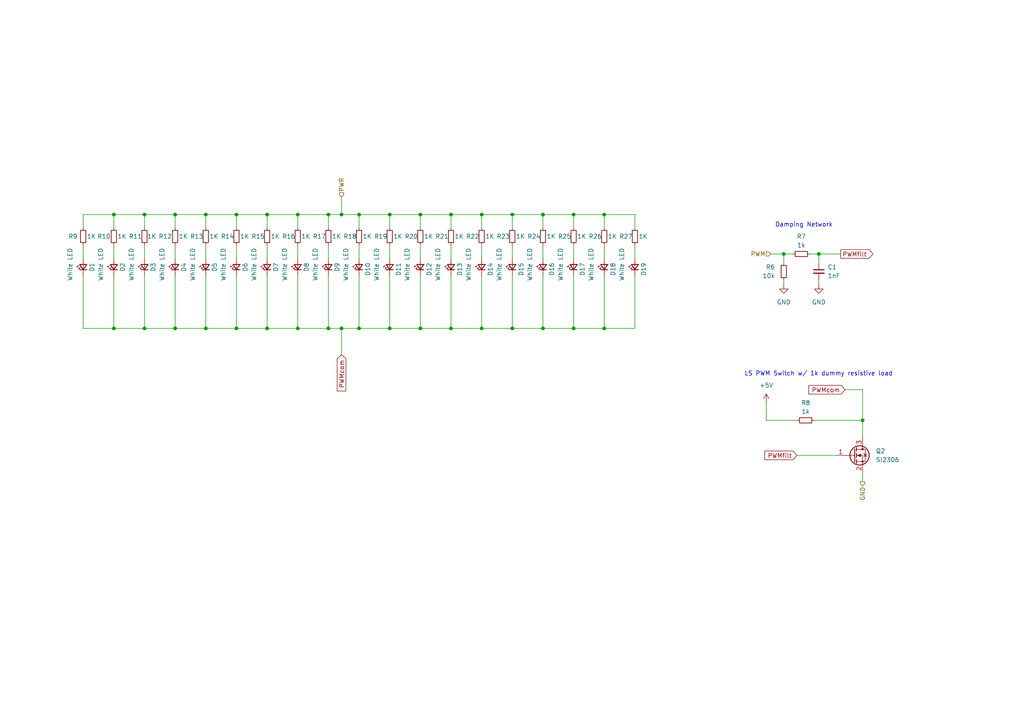
<source format=kicad_sch>
(kicad_sch
	(version 20231120)
	(generator "eeschema")
	(generator_version "8.0")
	(uuid "8bb0044f-7639-436b-bfe7-133e77b53923")
	(paper "A4")
	(lib_symbols
		(symbol "Device:C_Small"
			(pin_numbers hide)
			(pin_names
				(offset 0.254) hide)
			(exclude_from_sim no)
			(in_bom yes)
			(on_board yes)
			(property "Reference" "C"
				(at 0.254 1.778 0)
				(effects
					(font
						(size 1.27 1.27)
					)
					(justify left)
				)
			)
			(property "Value" "C_Small"
				(at 0.254 -2.032 0)
				(effects
					(font
						(size 1.27 1.27)
					)
					(justify left)
				)
			)
			(property "Footprint" ""
				(at 0 0 0)
				(effects
					(font
						(size 1.27 1.27)
					)
					(hide yes)
				)
			)
			(property "Datasheet" "~"
				(at 0 0 0)
				(effects
					(font
						(size 1.27 1.27)
					)
					(hide yes)
				)
			)
			(property "Description" "Unpolarized capacitor, small symbol"
				(at 0 0 0)
				(effects
					(font
						(size 1.27 1.27)
					)
					(hide yes)
				)
			)
			(property "ki_keywords" "capacitor cap"
				(at 0 0 0)
				(effects
					(font
						(size 1.27 1.27)
					)
					(hide yes)
				)
			)
			(property "ki_fp_filters" "C_*"
				(at 0 0 0)
				(effects
					(font
						(size 1.27 1.27)
					)
					(hide yes)
				)
			)
			(symbol "C_Small_0_1"
				(polyline
					(pts
						(xy -1.524 -0.508) (xy 1.524 -0.508)
					)
					(stroke
						(width 0.3302)
						(type default)
					)
					(fill
						(type none)
					)
				)
				(polyline
					(pts
						(xy -1.524 0.508) (xy 1.524 0.508)
					)
					(stroke
						(width 0.3048)
						(type default)
					)
					(fill
						(type none)
					)
				)
			)
			(symbol "C_Small_1_1"
				(pin passive line
					(at 0 2.54 270)
					(length 2.032)
					(name "~"
						(effects
							(font
								(size 1.27 1.27)
							)
						)
					)
					(number "1"
						(effects
							(font
								(size 1.27 1.27)
							)
						)
					)
				)
				(pin passive line
					(at 0 -2.54 90)
					(length 2.032)
					(name "~"
						(effects
							(font
								(size 1.27 1.27)
							)
						)
					)
					(number "2"
						(effects
							(font
								(size 1.27 1.27)
							)
						)
					)
				)
			)
		)
		(symbol "Device:LED_Small"
			(pin_numbers hide)
			(pin_names
				(offset 0.254) hide)
			(exclude_from_sim no)
			(in_bom yes)
			(on_board yes)
			(property "Reference" "D"
				(at -1.27 3.175 0)
				(effects
					(font
						(size 1.27 1.27)
					)
					(justify left)
				)
			)
			(property "Value" "LED_Small"
				(at -4.445 -2.54 0)
				(effects
					(font
						(size 1.27 1.27)
					)
					(justify left)
				)
			)
			(property "Footprint" ""
				(at 0 0 90)
				(effects
					(font
						(size 1.27 1.27)
					)
					(hide yes)
				)
			)
			(property "Datasheet" "~"
				(at 0 0 90)
				(effects
					(font
						(size 1.27 1.27)
					)
					(hide yes)
				)
			)
			(property "Description" "Light emitting diode, small symbol"
				(at 0 0 0)
				(effects
					(font
						(size 1.27 1.27)
					)
					(hide yes)
				)
			)
			(property "ki_keywords" "LED diode light-emitting-diode"
				(at 0 0 0)
				(effects
					(font
						(size 1.27 1.27)
					)
					(hide yes)
				)
			)
			(property "ki_fp_filters" "LED* LED_SMD:* LED_THT:*"
				(at 0 0 0)
				(effects
					(font
						(size 1.27 1.27)
					)
					(hide yes)
				)
			)
			(symbol "LED_Small_0_1"
				(polyline
					(pts
						(xy -0.762 -1.016) (xy -0.762 1.016)
					)
					(stroke
						(width 0.254)
						(type default)
					)
					(fill
						(type none)
					)
				)
				(polyline
					(pts
						(xy 1.016 0) (xy -0.762 0)
					)
					(stroke
						(width 0)
						(type default)
					)
					(fill
						(type none)
					)
				)
				(polyline
					(pts
						(xy 0.762 -1.016) (xy -0.762 0) (xy 0.762 1.016) (xy 0.762 -1.016)
					)
					(stroke
						(width 0.254)
						(type default)
					)
					(fill
						(type none)
					)
				)
				(polyline
					(pts
						(xy 0 0.762) (xy -0.508 1.27) (xy -0.254 1.27) (xy -0.508 1.27) (xy -0.508 1.016)
					)
					(stroke
						(width 0)
						(type default)
					)
					(fill
						(type none)
					)
				)
				(polyline
					(pts
						(xy 0.508 1.27) (xy 0 1.778) (xy 0.254 1.778) (xy 0 1.778) (xy 0 1.524)
					)
					(stroke
						(width 0)
						(type default)
					)
					(fill
						(type none)
					)
				)
			)
			(symbol "LED_Small_1_1"
				(pin passive line
					(at -2.54 0 0)
					(length 1.778)
					(name "K"
						(effects
							(font
								(size 1.27 1.27)
							)
						)
					)
					(number "1"
						(effects
							(font
								(size 1.27 1.27)
							)
						)
					)
				)
				(pin passive line
					(at 2.54 0 180)
					(length 1.778)
					(name "A"
						(effects
							(font
								(size 1.27 1.27)
							)
						)
					)
					(number "2"
						(effects
							(font
								(size 1.27 1.27)
							)
						)
					)
				)
			)
		)
		(symbol "Device:Q_NMOS_GSD"
			(pin_names
				(offset 0) hide)
			(exclude_from_sim no)
			(in_bom yes)
			(on_board yes)
			(property "Reference" "Q"
				(at 5.08 1.27 0)
				(effects
					(font
						(size 1.27 1.27)
					)
					(justify left)
				)
			)
			(property "Value" "Q_NMOS_GSD"
				(at 5.08 -1.27 0)
				(effects
					(font
						(size 1.27 1.27)
					)
					(justify left)
				)
			)
			(property "Footprint" ""
				(at 5.08 2.54 0)
				(effects
					(font
						(size 1.27 1.27)
					)
					(hide yes)
				)
			)
			(property "Datasheet" "~"
				(at 0 0 0)
				(effects
					(font
						(size 1.27 1.27)
					)
					(hide yes)
				)
			)
			(property "Description" "N-MOSFET transistor, gate/source/drain"
				(at 0 0 0)
				(effects
					(font
						(size 1.27 1.27)
					)
					(hide yes)
				)
			)
			(property "ki_keywords" "transistor NMOS N-MOS N-MOSFET"
				(at 0 0 0)
				(effects
					(font
						(size 1.27 1.27)
					)
					(hide yes)
				)
			)
			(symbol "Q_NMOS_GSD_0_1"
				(polyline
					(pts
						(xy 0.254 0) (xy -2.54 0)
					)
					(stroke
						(width 0)
						(type default)
					)
					(fill
						(type none)
					)
				)
				(polyline
					(pts
						(xy 0.254 1.905) (xy 0.254 -1.905)
					)
					(stroke
						(width 0.254)
						(type default)
					)
					(fill
						(type none)
					)
				)
				(polyline
					(pts
						(xy 0.762 -1.27) (xy 0.762 -2.286)
					)
					(stroke
						(width 0.254)
						(type default)
					)
					(fill
						(type none)
					)
				)
				(polyline
					(pts
						(xy 0.762 0.508) (xy 0.762 -0.508)
					)
					(stroke
						(width 0.254)
						(type default)
					)
					(fill
						(type none)
					)
				)
				(polyline
					(pts
						(xy 0.762 2.286) (xy 0.762 1.27)
					)
					(stroke
						(width 0.254)
						(type default)
					)
					(fill
						(type none)
					)
				)
				(polyline
					(pts
						(xy 2.54 2.54) (xy 2.54 1.778)
					)
					(stroke
						(width 0)
						(type default)
					)
					(fill
						(type none)
					)
				)
				(polyline
					(pts
						(xy 2.54 -2.54) (xy 2.54 0) (xy 0.762 0)
					)
					(stroke
						(width 0)
						(type default)
					)
					(fill
						(type none)
					)
				)
				(polyline
					(pts
						(xy 0.762 -1.778) (xy 3.302 -1.778) (xy 3.302 1.778) (xy 0.762 1.778)
					)
					(stroke
						(width 0)
						(type default)
					)
					(fill
						(type none)
					)
				)
				(polyline
					(pts
						(xy 1.016 0) (xy 2.032 0.381) (xy 2.032 -0.381) (xy 1.016 0)
					)
					(stroke
						(width 0)
						(type default)
					)
					(fill
						(type outline)
					)
				)
				(polyline
					(pts
						(xy 2.794 0.508) (xy 2.921 0.381) (xy 3.683 0.381) (xy 3.81 0.254)
					)
					(stroke
						(width 0)
						(type default)
					)
					(fill
						(type none)
					)
				)
				(polyline
					(pts
						(xy 3.302 0.381) (xy 2.921 -0.254) (xy 3.683 -0.254) (xy 3.302 0.381)
					)
					(stroke
						(width 0)
						(type default)
					)
					(fill
						(type none)
					)
				)
				(circle
					(center 1.651 0)
					(radius 2.794)
					(stroke
						(width 0.254)
						(type default)
					)
					(fill
						(type none)
					)
				)
				(circle
					(center 2.54 -1.778)
					(radius 0.254)
					(stroke
						(width 0)
						(type default)
					)
					(fill
						(type outline)
					)
				)
				(circle
					(center 2.54 1.778)
					(radius 0.254)
					(stroke
						(width 0)
						(type default)
					)
					(fill
						(type outline)
					)
				)
			)
			(symbol "Q_NMOS_GSD_1_1"
				(pin input line
					(at -5.08 0 0)
					(length 2.54)
					(name "G"
						(effects
							(font
								(size 1.27 1.27)
							)
						)
					)
					(number "1"
						(effects
							(font
								(size 1.27 1.27)
							)
						)
					)
				)
				(pin passive line
					(at 2.54 -5.08 90)
					(length 2.54)
					(name "S"
						(effects
							(font
								(size 1.27 1.27)
							)
						)
					)
					(number "2"
						(effects
							(font
								(size 1.27 1.27)
							)
						)
					)
				)
				(pin passive line
					(at 2.54 5.08 270)
					(length 2.54)
					(name "D"
						(effects
							(font
								(size 1.27 1.27)
							)
						)
					)
					(number "3"
						(effects
							(font
								(size 1.27 1.27)
							)
						)
					)
				)
			)
		)
		(symbol "Device:R_Small"
			(pin_numbers hide)
			(pin_names
				(offset 0.254) hide)
			(exclude_from_sim no)
			(in_bom yes)
			(on_board yes)
			(property "Reference" "R"
				(at 0.762 0.508 0)
				(effects
					(font
						(size 1.27 1.27)
					)
					(justify left)
				)
			)
			(property "Value" "R_Small"
				(at 0.762 -1.016 0)
				(effects
					(font
						(size 1.27 1.27)
					)
					(justify left)
				)
			)
			(property "Footprint" ""
				(at 0 0 0)
				(effects
					(font
						(size 1.27 1.27)
					)
					(hide yes)
				)
			)
			(property "Datasheet" "~"
				(at 0 0 0)
				(effects
					(font
						(size 1.27 1.27)
					)
					(hide yes)
				)
			)
			(property "Description" "Resistor, small symbol"
				(at 0 0 0)
				(effects
					(font
						(size 1.27 1.27)
					)
					(hide yes)
				)
			)
			(property "ki_keywords" "R resistor"
				(at 0 0 0)
				(effects
					(font
						(size 1.27 1.27)
					)
					(hide yes)
				)
			)
			(property "ki_fp_filters" "R_*"
				(at 0 0 0)
				(effects
					(font
						(size 1.27 1.27)
					)
					(hide yes)
				)
			)
			(symbol "R_Small_0_1"
				(rectangle
					(start -0.762 1.778)
					(end 0.762 -1.778)
					(stroke
						(width 0.2032)
						(type default)
					)
					(fill
						(type none)
					)
				)
			)
			(symbol "R_Small_1_1"
				(pin passive line
					(at 0 2.54 270)
					(length 0.762)
					(name "~"
						(effects
							(font
								(size 1.27 1.27)
							)
						)
					)
					(number "1"
						(effects
							(font
								(size 1.27 1.27)
							)
						)
					)
				)
				(pin passive line
					(at 0 -2.54 90)
					(length 0.762)
					(name "~"
						(effects
							(font
								(size 1.27 1.27)
							)
						)
					)
					(number "2"
						(effects
							(font
								(size 1.27 1.27)
							)
						)
					)
				)
			)
		)
		(symbol "power:+5V"
			(power)
			(pin_names
				(offset 0)
			)
			(exclude_from_sim no)
			(in_bom yes)
			(on_board yes)
			(property "Reference" "#PWR"
				(at 0 -3.81 0)
				(effects
					(font
						(size 1.27 1.27)
					)
					(hide yes)
				)
			)
			(property "Value" "+5V"
				(at 0 3.556 0)
				(effects
					(font
						(size 1.27 1.27)
					)
				)
			)
			(property "Footprint" ""
				(at 0 0 0)
				(effects
					(font
						(size 1.27 1.27)
					)
					(hide yes)
				)
			)
			(property "Datasheet" ""
				(at 0 0 0)
				(effects
					(font
						(size 1.27 1.27)
					)
					(hide yes)
				)
			)
			(property "Description" "Power symbol creates a global label with name \"+5V\""
				(at 0 0 0)
				(effects
					(font
						(size 1.27 1.27)
					)
					(hide yes)
				)
			)
			(property "ki_keywords" "global power"
				(at 0 0 0)
				(effects
					(font
						(size 1.27 1.27)
					)
					(hide yes)
				)
			)
			(symbol "+5V_0_1"
				(polyline
					(pts
						(xy -0.762 1.27) (xy 0 2.54)
					)
					(stroke
						(width 0)
						(type default)
					)
					(fill
						(type none)
					)
				)
				(polyline
					(pts
						(xy 0 0) (xy 0 2.54)
					)
					(stroke
						(width 0)
						(type default)
					)
					(fill
						(type none)
					)
				)
				(polyline
					(pts
						(xy 0 2.54) (xy 0.762 1.27)
					)
					(stroke
						(width 0)
						(type default)
					)
					(fill
						(type none)
					)
				)
			)
			(symbol "+5V_1_1"
				(pin power_in line
					(at 0 0 90)
					(length 0) hide
					(name "+5V"
						(effects
							(font
								(size 1.27 1.27)
							)
						)
					)
					(number "1"
						(effects
							(font
								(size 1.27 1.27)
							)
						)
					)
				)
			)
		)
		(symbol "power:GND"
			(power)
			(pin_names
				(offset 0)
			)
			(exclude_from_sim no)
			(in_bom yes)
			(on_board yes)
			(property "Reference" "#PWR"
				(at 0 -6.35 0)
				(effects
					(font
						(size 1.27 1.27)
					)
					(hide yes)
				)
			)
			(property "Value" "GND"
				(at 0 -3.81 0)
				(effects
					(font
						(size 1.27 1.27)
					)
				)
			)
			(property "Footprint" ""
				(at 0 0 0)
				(effects
					(font
						(size 1.27 1.27)
					)
					(hide yes)
				)
			)
			(property "Datasheet" ""
				(at 0 0 0)
				(effects
					(font
						(size 1.27 1.27)
					)
					(hide yes)
				)
			)
			(property "Description" "Power symbol creates a global label with name \"GND\" , ground"
				(at 0 0 0)
				(effects
					(font
						(size 1.27 1.27)
					)
					(hide yes)
				)
			)
			(property "ki_keywords" "global power"
				(at 0 0 0)
				(effects
					(font
						(size 1.27 1.27)
					)
					(hide yes)
				)
			)
			(symbol "GND_0_1"
				(polyline
					(pts
						(xy 0 0) (xy 0 -1.27) (xy 1.27 -1.27) (xy 0 -2.54) (xy -1.27 -1.27) (xy 0 -1.27)
					)
					(stroke
						(width 0)
						(type default)
					)
					(fill
						(type none)
					)
				)
			)
			(symbol "GND_1_1"
				(pin power_in line
					(at 0 0 270)
					(length 0) hide
					(name "GND"
						(effects
							(font
								(size 1.27 1.27)
							)
						)
					)
					(number "1"
						(effects
							(font
								(size 1.27 1.27)
							)
						)
					)
				)
			)
		)
	)
	(junction
		(at 104.14 62.23)
		(diameter 0)
		(color 0 0 0 0)
		(uuid "04b77c0d-3830-4fd6-8b30-3d04b6ecff4a")
	)
	(junction
		(at 41.91 62.23)
		(diameter 0)
		(color 0 0 0 0)
		(uuid "0a5fbc2f-066f-4d3d-b78a-399d6ded2801")
	)
	(junction
		(at 50.8 62.23)
		(diameter 0)
		(color 0 0 0 0)
		(uuid "1ec78f22-ded4-4ec2-9852-6d9723822468")
	)
	(junction
		(at 157.48 62.23)
		(diameter 0)
		(color 0 0 0 0)
		(uuid "1f26a5b1-0a73-4fb9-970d-82f748b17a55")
	)
	(junction
		(at 95.25 95.25)
		(diameter 0)
		(color 0 0 0 0)
		(uuid "2f3d22fd-4901-4720-810e-595fd12b0795")
	)
	(junction
		(at 95.25 62.23)
		(diameter 0)
		(color 0 0 0 0)
		(uuid "422cd4b3-7be8-43bb-9a25-cfe8e5c904cc")
	)
	(junction
		(at 166.37 62.23)
		(diameter 0)
		(color 0 0 0 0)
		(uuid "4668ed6e-cc57-49e8-a2b8-c3f10fa1de9c")
	)
	(junction
		(at 166.37 95.25)
		(diameter 0)
		(color 0 0 0 0)
		(uuid "4d9b0c26-76e8-4922-a326-f32e32d1e7f9")
	)
	(junction
		(at 68.58 62.23)
		(diameter 0)
		(color 0 0 0 0)
		(uuid "55828bd2-710a-4233-8d7f-041fd404e97a")
	)
	(junction
		(at 130.81 95.25)
		(diameter 0)
		(color 0 0 0 0)
		(uuid "6c48791a-8918-47ce-ad49-5ab6eecaf2be")
	)
	(junction
		(at 77.47 62.23)
		(diameter 0)
		(color 0 0 0 0)
		(uuid "6f7deb7f-063e-49b8-a30e-0400bd03bb88")
	)
	(junction
		(at 148.59 95.25)
		(diameter 0)
		(color 0 0 0 0)
		(uuid "7045bbee-f218-4bc3-b764-b64ef8d50fd5")
	)
	(junction
		(at 77.47 95.25)
		(diameter 0)
		(color 0 0 0 0)
		(uuid "711e5dcd-eecb-448b-adb6-e360006e6bee")
	)
	(junction
		(at 33.02 62.23)
		(diameter 0)
		(color 0 0 0 0)
		(uuid "74089a8b-7328-4c26-9501-1fdf79466418")
	)
	(junction
		(at 121.92 95.25)
		(diameter 0)
		(color 0 0 0 0)
		(uuid "7560bff0-fe10-428f-8dde-98a4e821a20a")
	)
	(junction
		(at 104.14 95.25)
		(diameter 0)
		(color 0 0 0 0)
		(uuid "89521f7b-553f-4f06-b149-f10921c0422a")
	)
	(junction
		(at 139.7 95.25)
		(diameter 0)
		(color 0 0 0 0)
		(uuid "8a0db543-0d83-467a-bb97-786e1cda2591")
	)
	(junction
		(at 227.33 73.66)
		(diameter 0)
		(color 0 0 0 0)
		(uuid "9b9aedb3-7e88-480c-a2f2-4d320a1ebb8f")
	)
	(junction
		(at 50.8 95.25)
		(diameter 0)
		(color 0 0 0 0)
		(uuid "9c01b78f-fb2e-4939-9e40-6308ca8ca318")
	)
	(junction
		(at 59.69 62.23)
		(diameter 0)
		(color 0 0 0 0)
		(uuid "9e929072-baeb-4011-abd5-9d77aec6bd06")
	)
	(junction
		(at 59.69 95.25)
		(diameter 0)
		(color 0 0 0 0)
		(uuid "a067db46-087c-4fa9-b85f-8ae473a1da4d")
	)
	(junction
		(at 68.58 95.25)
		(diameter 0)
		(color 0 0 0 0)
		(uuid "a30939c6-473d-428c-93f1-91a0c88ef254")
	)
	(junction
		(at 113.03 95.25)
		(diameter 0)
		(color 0 0 0 0)
		(uuid "a31fc2b5-56cd-4fcb-b11c-13547c1ebb31")
	)
	(junction
		(at 148.59 62.23)
		(diameter 0)
		(color 0 0 0 0)
		(uuid "a6767055-5217-4f3f-89d1-d32f3f2d0b8f")
	)
	(junction
		(at 237.49 73.66)
		(diameter 0)
		(color 0 0 0 0)
		(uuid "b1086d7c-478f-4ce6-ba23-e077eacf7b05")
	)
	(junction
		(at 99.06 62.23)
		(diameter 0)
		(color 0 0 0 0)
		(uuid "c438592d-c7b3-49db-9e55-68e08c67e3dc")
	)
	(junction
		(at 175.26 62.23)
		(diameter 0)
		(color 0 0 0 0)
		(uuid "c753d6aa-fb2e-4a53-91a7-8cf57bb7c86b")
	)
	(junction
		(at 139.7 62.23)
		(diameter 0)
		(color 0 0 0 0)
		(uuid "cbb3eee3-116a-46f1-8ca8-bcafc4e6389f")
	)
	(junction
		(at 99.06 95.25)
		(diameter 0)
		(color 0 0 0 0)
		(uuid "ce5b23a2-9610-4b44-8e71-7ddd2999896b")
	)
	(junction
		(at 41.91 95.25)
		(diameter 0)
		(color 0 0 0 0)
		(uuid "d4599a55-86ba-4a66-996f-cda6095f16e5")
	)
	(junction
		(at 86.36 95.25)
		(diameter 0)
		(color 0 0 0 0)
		(uuid "d5355b23-aea3-4528-bdf6-6a485112c960")
	)
	(junction
		(at 121.92 62.23)
		(diameter 0)
		(color 0 0 0 0)
		(uuid "d89ed9bb-ce82-4cba-8549-0e75d177fd62")
	)
	(junction
		(at 113.03 62.23)
		(diameter 0)
		(color 0 0 0 0)
		(uuid "e0a3e15b-bddd-426e-8c7e-9ce93c37fcbc")
	)
	(junction
		(at 33.02 95.25)
		(diameter 0)
		(color 0 0 0 0)
		(uuid "e68bdce1-89d2-4662-bf02-f2b7737e3619")
	)
	(junction
		(at 157.48 95.25)
		(diameter 0)
		(color 0 0 0 0)
		(uuid "e6b92132-77e2-4dc7-89ba-b8b6078d0355")
	)
	(junction
		(at 86.36 62.23)
		(diameter 0)
		(color 0 0 0 0)
		(uuid "ea82382d-8105-4fba-b965-9deb4137d41c")
	)
	(junction
		(at 130.81 62.23)
		(diameter 0)
		(color 0 0 0 0)
		(uuid "ebf62e58-bde6-4c2d-9e5d-2b61adb378e5")
	)
	(junction
		(at 250.19 121.92)
		(diameter 0)
		(color 0 0 0 0)
		(uuid "f1a1ba2f-871f-4ea1-a92f-9025632b0b12")
	)
	(junction
		(at 175.26 95.25)
		(diameter 0)
		(color 0 0 0 0)
		(uuid "f9549a02-25a9-4adb-83a8-a5974a31d7b0")
	)
	(wire
		(pts
			(xy 121.92 95.25) (xy 113.03 95.25)
		)
		(stroke
			(width 0)
			(type default)
		)
		(uuid "01dce50a-40d8-4eb9-b6a9-93b66a210413")
	)
	(wire
		(pts
			(xy 113.03 66.04) (xy 113.03 62.23)
		)
		(stroke
			(width 0)
			(type default)
		)
		(uuid "025d2c55-84ca-4868-b570-d57ffcd86ce4")
	)
	(wire
		(pts
			(xy 68.58 62.23) (xy 68.58 66.04)
		)
		(stroke
			(width 0)
			(type default)
		)
		(uuid "06c2ff72-3d73-4da8-bdd4-5dc64b1f6383")
	)
	(wire
		(pts
			(xy 50.8 71.12) (xy 50.8 74.93)
		)
		(stroke
			(width 0)
			(type default)
		)
		(uuid "084b3459-613b-4667-b53a-c647c297e0bb")
	)
	(wire
		(pts
			(xy 139.7 62.23) (xy 148.59 62.23)
		)
		(stroke
			(width 0)
			(type default)
		)
		(uuid "0c3ab75c-48ce-4cb2-83b3-f61104402a03")
	)
	(wire
		(pts
			(xy 157.48 95.25) (xy 148.59 95.25)
		)
		(stroke
			(width 0)
			(type default)
		)
		(uuid "0d688bd7-6513-482d-803b-5df376af1e19")
	)
	(wire
		(pts
			(xy 99.06 57.15) (xy 99.06 62.23)
		)
		(stroke
			(width 0)
			(type default)
		)
		(uuid "13f91796-da72-4e04-9923-43fbe2f26489")
	)
	(wire
		(pts
			(xy 139.7 66.04) (xy 139.7 62.23)
		)
		(stroke
			(width 0)
			(type default)
		)
		(uuid "15f0be4f-3423-484d-a596-0ac26d26ac0f")
	)
	(wire
		(pts
			(xy 121.92 62.23) (xy 113.03 62.23)
		)
		(stroke
			(width 0)
			(type default)
		)
		(uuid "16af26cb-6c02-4efa-add7-04e264def702")
	)
	(wire
		(pts
			(xy 95.25 62.23) (xy 99.06 62.23)
		)
		(stroke
			(width 0)
			(type default)
		)
		(uuid "1816b2f8-00bf-4326-b1fb-46c5238e6d22")
	)
	(wire
		(pts
			(xy 227.33 73.66) (xy 229.87 73.66)
		)
		(stroke
			(width 0)
			(type default)
		)
		(uuid "1b1c38bb-c56a-4242-b0ed-a7b7772ee816")
	)
	(wire
		(pts
			(xy 175.26 74.93) (xy 175.26 71.12)
		)
		(stroke
			(width 0)
			(type default)
		)
		(uuid "1c109784-6ce2-44dd-89fd-00d5b0f70e4f")
	)
	(wire
		(pts
			(xy 99.06 95.25) (xy 99.06 102.87)
		)
		(stroke
			(width 0)
			(type default)
		)
		(uuid "270c2c4b-01e8-464f-a0c2-d52011648e36")
	)
	(wire
		(pts
			(xy 59.69 62.23) (xy 59.69 66.04)
		)
		(stroke
			(width 0)
			(type default)
		)
		(uuid "287b97f5-7c94-48c1-9f46-b56a4043c122")
	)
	(wire
		(pts
			(xy 86.36 62.23) (xy 77.47 62.23)
		)
		(stroke
			(width 0)
			(type default)
		)
		(uuid "28e727d8-a3db-4e4c-b77b-f9292de1aa92")
	)
	(wire
		(pts
			(xy 148.59 80.01) (xy 148.59 95.25)
		)
		(stroke
			(width 0)
			(type default)
		)
		(uuid "296ad1db-670b-4f58-9b42-fa892f9e44d7")
	)
	(wire
		(pts
			(xy 227.33 73.66) (xy 227.33 76.2)
		)
		(stroke
			(width 0)
			(type default)
		)
		(uuid "299974e6-82fe-4307-8bf3-75de375909ef")
	)
	(wire
		(pts
			(xy 41.91 71.12) (xy 41.91 74.93)
		)
		(stroke
			(width 0)
			(type default)
		)
		(uuid "29bb604b-ff0e-41bb-a6bf-f3b60d7dc23d")
	)
	(wire
		(pts
			(xy 104.14 74.93) (xy 104.14 71.12)
		)
		(stroke
			(width 0)
			(type default)
		)
		(uuid "30d5acfb-f6c9-4c4c-b9ae-60fb49708712")
	)
	(wire
		(pts
			(xy 77.47 62.23) (xy 68.58 62.23)
		)
		(stroke
			(width 0)
			(type default)
		)
		(uuid "35404528-bd54-4a2b-ae36-cb3757ae83fa")
	)
	(wire
		(pts
			(xy 234.95 73.66) (xy 237.49 73.66)
		)
		(stroke
			(width 0)
			(type default)
		)
		(uuid "359aed8d-7df1-4b05-83f8-4ea48e2d35c6")
	)
	(wire
		(pts
			(xy 104.14 80.01) (xy 104.14 95.25)
		)
		(stroke
			(width 0)
			(type default)
		)
		(uuid "36497921-ecba-4229-9f22-30b12a4e7b30")
	)
	(wire
		(pts
			(xy 157.48 80.01) (xy 157.48 95.25)
		)
		(stroke
			(width 0)
			(type default)
		)
		(uuid "387efda8-2ec5-424d-8523-c4a1bc015336")
	)
	(wire
		(pts
			(xy 50.8 62.23) (xy 41.91 62.23)
		)
		(stroke
			(width 0)
			(type default)
		)
		(uuid "3bca2c6e-14ad-4804-a738-d68777b96937")
	)
	(wire
		(pts
			(xy 184.15 74.93) (xy 184.15 71.12)
		)
		(stroke
			(width 0)
			(type default)
		)
		(uuid "3c28c46d-c607-43d4-b33d-c1de89a4d931")
	)
	(wire
		(pts
			(xy 130.81 62.23) (xy 139.7 62.23)
		)
		(stroke
			(width 0)
			(type default)
		)
		(uuid "3e657295-4a6b-47ca-85be-e3d32aab4cc7")
	)
	(wire
		(pts
			(xy 33.02 62.23) (xy 24.13 62.23)
		)
		(stroke
			(width 0)
			(type default)
		)
		(uuid "3e6cd662-d103-4f33-8125-2b1b1bc7b6fc")
	)
	(wire
		(pts
			(xy 104.14 66.04) (xy 104.14 62.23)
		)
		(stroke
			(width 0)
			(type default)
		)
		(uuid "3e6e7a1c-2ede-4672-b741-51666f1dfdea")
	)
	(wire
		(pts
			(xy 175.26 62.23) (xy 166.37 62.23)
		)
		(stroke
			(width 0)
			(type default)
		)
		(uuid "411d9daa-c07f-471e-80ec-9a6130fa9034")
	)
	(wire
		(pts
			(xy 245.11 113.03) (xy 250.19 113.03)
		)
		(stroke
			(width 0)
			(type default)
		)
		(uuid "415722e7-25a8-4670-803d-b77fdb32e222")
	)
	(wire
		(pts
			(xy 68.58 95.25) (xy 59.69 95.25)
		)
		(stroke
			(width 0)
			(type default)
		)
		(uuid "41bbe0db-373b-459e-89c9-f08f331da3d0")
	)
	(wire
		(pts
			(xy 24.13 62.23) (xy 24.13 66.04)
		)
		(stroke
			(width 0)
			(type default)
		)
		(uuid "47ab66c1-5a59-4e4e-b47c-647723871d86")
	)
	(wire
		(pts
			(xy 184.15 80.01) (xy 184.15 95.25)
		)
		(stroke
			(width 0)
			(type default)
		)
		(uuid "4d2f85d3-9d40-4e61-a064-19b6cf97b5e5")
	)
	(wire
		(pts
			(xy 139.7 95.25) (xy 130.81 95.25)
		)
		(stroke
			(width 0)
			(type default)
		)
		(uuid "4de915fd-281e-4c95-afb1-29139f87061b")
	)
	(wire
		(pts
			(xy 41.91 62.23) (xy 41.91 66.04)
		)
		(stroke
			(width 0)
			(type default)
		)
		(uuid "4f845e44-f302-4f2c-b562-daa82f802b69")
	)
	(wire
		(pts
			(xy 59.69 62.23) (xy 50.8 62.23)
		)
		(stroke
			(width 0)
			(type default)
		)
		(uuid "5b50be9d-8ea7-455d-a585-eac879389bc7")
	)
	(wire
		(pts
			(xy 231.14 132.08) (xy 242.57 132.08)
		)
		(stroke
			(width 0)
			(type default)
		)
		(uuid "5c87d8a3-fe5a-4c7f-a614-2e775a93b627")
	)
	(wire
		(pts
			(xy 24.13 95.25) (xy 24.13 80.01)
		)
		(stroke
			(width 0)
			(type default)
		)
		(uuid "5ccbba7d-d1a0-4c76-9ef8-12713cdd18c6")
	)
	(wire
		(pts
			(xy 175.26 80.01) (xy 175.26 95.25)
		)
		(stroke
			(width 0)
			(type default)
		)
		(uuid "608ae540-f47c-40aa-a4ab-88fcc599241c")
	)
	(wire
		(pts
			(xy 130.81 80.01) (xy 130.81 95.25)
		)
		(stroke
			(width 0)
			(type default)
		)
		(uuid "6131bf4a-ea4a-44ef-9ca5-958e75553c62")
	)
	(wire
		(pts
			(xy 148.59 74.93) (xy 148.59 71.12)
		)
		(stroke
			(width 0)
			(type default)
		)
		(uuid "62e1aa30-dbf4-4c16-b7e9-52b591b2dbea")
	)
	(wire
		(pts
			(xy 77.47 62.23) (xy 77.47 66.04)
		)
		(stroke
			(width 0)
			(type default)
		)
		(uuid "6bc7d3e5-8465-4679-ac38-1b212bb1bbdd")
	)
	(wire
		(pts
			(xy 130.81 74.93) (xy 130.81 71.12)
		)
		(stroke
			(width 0)
			(type default)
		)
		(uuid "6fc25b46-f027-4706-b7f7-b70957d41855")
	)
	(wire
		(pts
			(xy 148.59 95.25) (xy 139.7 95.25)
		)
		(stroke
			(width 0)
			(type default)
		)
		(uuid "7346629b-e009-416c-9168-13024029ce92")
	)
	(wire
		(pts
			(xy 113.03 80.01) (xy 113.03 95.25)
		)
		(stroke
			(width 0)
			(type default)
		)
		(uuid "7353e2c0-a8a0-4e10-bcd3-6cbc1ee71f3a")
	)
	(wire
		(pts
			(xy 33.02 80.01) (xy 33.02 95.25)
		)
		(stroke
			(width 0)
			(type default)
		)
		(uuid "74ea9727-84d8-4cce-b8cc-06185612076f")
	)
	(wire
		(pts
			(xy 95.25 95.25) (xy 86.36 95.25)
		)
		(stroke
			(width 0)
			(type default)
		)
		(uuid "77d15487-44f7-47b6-98f4-3e07a1ae5674")
	)
	(wire
		(pts
			(xy 250.19 139.7) (xy 250.19 137.16)
		)
		(stroke
			(width 0)
			(type default)
		)
		(uuid "79f84ecf-ada2-4def-ba65-86ad84c8acfe")
	)
	(wire
		(pts
			(xy 99.06 95.25) (xy 104.14 95.25)
		)
		(stroke
			(width 0)
			(type default)
		)
		(uuid "7bc8d43d-6f94-4aad-8528-89ce3e9c6720")
	)
	(wire
		(pts
			(xy 227.33 81.28) (xy 227.33 82.55)
		)
		(stroke
			(width 0)
			(type default)
		)
		(uuid "7e7f5606-b13d-4d04-9f02-ca7475f85dcd")
	)
	(wire
		(pts
			(xy 157.48 74.93) (xy 157.48 71.12)
		)
		(stroke
			(width 0)
			(type default)
		)
		(uuid "7e94e24d-c478-437d-8066-33e5cff738c8")
	)
	(wire
		(pts
			(xy 121.92 80.01) (xy 121.92 95.25)
		)
		(stroke
			(width 0)
			(type default)
		)
		(uuid "7ef6351f-c1eb-4adf-ab81-f890710bdcd5")
	)
	(wire
		(pts
			(xy 223.52 73.66) (xy 227.33 73.66)
		)
		(stroke
			(width 0)
			(type default)
		)
		(uuid "804f3c78-bdac-445c-bc7e-7fd3f0a3754a")
	)
	(wire
		(pts
			(xy 41.91 95.25) (xy 33.02 95.25)
		)
		(stroke
			(width 0)
			(type default)
		)
		(uuid "824c7897-86fc-4c57-b4ea-a8159328ec12")
	)
	(wire
		(pts
			(xy 157.48 66.04) (xy 157.48 62.23)
		)
		(stroke
			(width 0)
			(type default)
		)
		(uuid "8b088588-6f4d-4273-bd1a-ecab830a5de6")
	)
	(wire
		(pts
			(xy 166.37 95.25) (xy 175.26 95.25)
		)
		(stroke
			(width 0)
			(type default)
		)
		(uuid "8d4f43b8-ebb9-4695-a32c-348103a4fc48")
	)
	(wire
		(pts
			(xy 59.69 95.25) (xy 50.8 95.25)
		)
		(stroke
			(width 0)
			(type default)
		)
		(uuid "8dfdeee9-0835-46b6-bace-403657c006aa")
	)
	(wire
		(pts
			(xy 237.49 73.66) (xy 237.49 76.2)
		)
		(stroke
			(width 0)
			(type default)
		)
		(uuid "920b6f86-dd90-4bf2-a981-efe464e05d08")
	)
	(wire
		(pts
			(xy 130.81 62.23) (xy 121.92 62.23)
		)
		(stroke
			(width 0)
			(type default)
		)
		(uuid "923e73ee-1653-4d7d-afcd-1fe2c5296076")
	)
	(wire
		(pts
			(xy 86.36 71.12) (xy 86.36 74.93)
		)
		(stroke
			(width 0)
			(type default)
		)
		(uuid "939973be-20b0-4a5e-8cb3-50b2dcd564b3")
	)
	(wire
		(pts
			(xy 157.48 62.23) (xy 148.59 62.23)
		)
		(stroke
			(width 0)
			(type default)
		)
		(uuid "9437db8b-cfcd-43f7-974b-a0ed60887cc3")
	)
	(wire
		(pts
			(xy 33.02 71.12) (xy 33.02 74.93)
		)
		(stroke
			(width 0)
			(type default)
		)
		(uuid "947fc0fc-a8f2-4990-a4cf-198990658f0d")
	)
	(wire
		(pts
			(xy 77.47 95.25) (xy 86.36 95.25)
		)
		(stroke
			(width 0)
			(type default)
		)
		(uuid "94badde3-9535-43bf-91b3-55e5eea51c54")
	)
	(wire
		(pts
			(xy 99.06 62.23) (xy 104.14 62.23)
		)
		(stroke
			(width 0)
			(type default)
		)
		(uuid "9d179b5e-fc2e-4b9a-a58b-be072ca01c84")
	)
	(wire
		(pts
			(xy 237.49 81.28) (xy 237.49 82.55)
		)
		(stroke
			(width 0)
			(type default)
		)
		(uuid "9fdac2ef-dc32-4616-9f62-e9f47d22b44a")
	)
	(wire
		(pts
			(xy 41.91 62.23) (xy 33.02 62.23)
		)
		(stroke
			(width 0)
			(type default)
		)
		(uuid "a14579b9-9935-4864-bb9c-1c93f5c451db")
	)
	(wire
		(pts
			(xy 24.13 71.12) (xy 24.13 74.93)
		)
		(stroke
			(width 0)
			(type default)
		)
		(uuid "a5163670-7e71-4347-a8b8-b85123a28869")
	)
	(wire
		(pts
			(xy 121.92 66.04) (xy 121.92 62.23)
		)
		(stroke
			(width 0)
			(type default)
		)
		(uuid "a60c315c-53bb-4da5-9b5c-b5096e3d4f21")
	)
	(wire
		(pts
			(xy 41.91 80.01) (xy 41.91 95.25)
		)
		(stroke
			(width 0)
			(type default)
		)
		(uuid "a8cce654-b6bc-4ae4-af62-05d06679e231")
	)
	(wire
		(pts
			(xy 95.25 95.25) (xy 99.06 95.25)
		)
		(stroke
			(width 0)
			(type default)
		)
		(uuid "a8d29c71-ca3b-46ab-9aa0-5a90ad5ff45f")
	)
	(wire
		(pts
			(xy 86.36 62.23) (xy 86.36 66.04)
		)
		(stroke
			(width 0)
			(type default)
		)
		(uuid "ab0aeca6-07b6-4f69-920c-8ca02dac31f8")
	)
	(wire
		(pts
			(xy 50.8 80.01) (xy 50.8 95.25)
		)
		(stroke
			(width 0)
			(type default)
		)
		(uuid "ac47f6af-0b39-4ec7-a448-edff70c6145d")
	)
	(wire
		(pts
			(xy 77.47 95.25) (xy 68.58 95.25)
		)
		(stroke
			(width 0)
			(type default)
		)
		(uuid "ace5a7f2-c79e-47aa-a9cc-c7eca2816838")
	)
	(wire
		(pts
			(xy 250.19 121.92) (xy 250.19 127)
		)
		(stroke
			(width 0)
			(type default)
		)
		(uuid "ae688b9a-c199-4eaf-9a55-c5c4f2d8462e")
	)
	(wire
		(pts
			(xy 250.19 113.03) (xy 250.19 121.92)
		)
		(stroke
			(width 0)
			(type default)
		)
		(uuid "af0b7a08-fd06-4d2c-a3ac-bc4c5013865d")
	)
	(wire
		(pts
			(xy 113.03 62.23) (xy 104.14 62.23)
		)
		(stroke
			(width 0)
			(type default)
		)
		(uuid "b02e8d80-0397-4b17-ae8c-c4efbcefa713")
	)
	(wire
		(pts
			(xy 222.25 116.84) (xy 222.25 121.92)
		)
		(stroke
			(width 0)
			(type default)
		)
		(uuid "b11a569c-5764-481c-addd-0880243363f2")
	)
	(wire
		(pts
			(xy 113.03 95.25) (xy 104.14 95.25)
		)
		(stroke
			(width 0)
			(type default)
		)
		(uuid "b1fb8c09-9479-478e-aa1e-313877244cb4")
	)
	(wire
		(pts
			(xy 236.22 121.92) (xy 250.19 121.92)
		)
		(stroke
			(width 0)
			(type default)
		)
		(uuid "b339548c-369c-4af2-9abc-aeddc1e33fd4")
	)
	(wire
		(pts
			(xy 139.7 80.01) (xy 139.7 95.25)
		)
		(stroke
			(width 0)
			(type default)
		)
		(uuid "b54cb29b-07fb-4073-98bc-ffbc49b5229a")
	)
	(wire
		(pts
			(xy 166.37 95.25) (xy 157.48 95.25)
		)
		(stroke
			(width 0)
			(type default)
		)
		(uuid "b7dd5124-f4d3-4118-9c45-2feff4bba95f")
	)
	(wire
		(pts
			(xy 237.49 73.66) (xy 243.84 73.66)
		)
		(stroke
			(width 0)
			(type default)
		)
		(uuid "b83b734e-af86-4f89-adcd-ccf05a392c6a")
	)
	(wire
		(pts
			(xy 77.47 80.01) (xy 77.47 95.25)
		)
		(stroke
			(width 0)
			(type default)
		)
		(uuid "b94e9c94-847d-473f-82ae-010c5a760ae8")
	)
	(wire
		(pts
			(xy 33.02 62.23) (xy 33.02 66.04)
		)
		(stroke
			(width 0)
			(type default)
		)
		(uuid "baaee2fe-b180-49a0-90f7-6e62476efb42")
	)
	(wire
		(pts
			(xy 184.15 66.04) (xy 184.15 62.23)
		)
		(stroke
			(width 0)
			(type default)
		)
		(uuid "bb269cbd-f188-4709-be60-9c2e06f4a82a")
	)
	(wire
		(pts
			(xy 157.48 62.23) (xy 166.37 62.23)
		)
		(stroke
			(width 0)
			(type default)
		)
		(uuid "bd9e1eda-a7b0-4a50-8d58-8930d1b64ad5")
	)
	(wire
		(pts
			(xy 95.25 62.23) (xy 86.36 62.23)
		)
		(stroke
			(width 0)
			(type default)
		)
		(uuid "c016038a-5d05-4ac5-b32f-2d34c9bfd3cc")
	)
	(wire
		(pts
			(xy 86.36 80.01) (xy 86.36 95.25)
		)
		(stroke
			(width 0)
			(type default)
		)
		(uuid "c619ea68-e795-40db-82c3-df86e1ba8b9f")
	)
	(wire
		(pts
			(xy 130.81 95.25) (xy 121.92 95.25)
		)
		(stroke
			(width 0)
			(type default)
		)
		(uuid "c65344aa-dacb-45e5-92e6-a9bee3ad0334")
	)
	(wire
		(pts
			(xy 59.69 80.01) (xy 59.69 95.25)
		)
		(stroke
			(width 0)
			(type default)
		)
		(uuid "c767b022-6249-47be-9872-73ae347aa27e")
	)
	(wire
		(pts
			(xy 184.15 62.23) (xy 175.26 62.23)
		)
		(stroke
			(width 0)
			(type default)
		)
		(uuid "c99ebd49-9cb9-460f-b2df-f9c1d93d13dd")
	)
	(wire
		(pts
			(xy 130.81 66.04) (xy 130.81 62.23)
		)
		(stroke
			(width 0)
			(type default)
		)
		(uuid "cfc01d6f-4c05-4c63-83f8-c2d22a69f738")
	)
	(wire
		(pts
			(xy 68.58 62.23) (xy 59.69 62.23)
		)
		(stroke
			(width 0)
			(type default)
		)
		(uuid "cfefb78f-10ad-4887-a78c-4c73635d17c2")
	)
	(wire
		(pts
			(xy 59.69 71.12) (xy 59.69 74.93)
		)
		(stroke
			(width 0)
			(type default)
		)
		(uuid "d0c5aa0c-95e4-4160-a58a-86898ebd95c8")
	)
	(wire
		(pts
			(xy 166.37 80.01) (xy 166.37 95.25)
		)
		(stroke
			(width 0)
			(type default)
		)
		(uuid "d5936f40-0ef7-49b5-b9d3-243b28193e5b")
	)
	(wire
		(pts
			(xy 166.37 66.04) (xy 166.37 62.23)
		)
		(stroke
			(width 0)
			(type default)
		)
		(uuid "d60b3989-9ce0-410f-b7a1-927e5ea69dde")
	)
	(wire
		(pts
			(xy 95.25 80.01) (xy 95.25 95.25)
		)
		(stroke
			(width 0)
			(type default)
		)
		(uuid "d7db2be5-810d-4caa-a935-802df13a1c97")
	)
	(wire
		(pts
			(xy 113.03 74.93) (xy 113.03 71.12)
		)
		(stroke
			(width 0)
			(type default)
		)
		(uuid "d9eacc07-e517-4b0e-94fe-fb6a0260a990")
	)
	(wire
		(pts
			(xy 68.58 80.01) (xy 68.58 95.25)
		)
		(stroke
			(width 0)
			(type default)
		)
		(uuid "da78767a-f26c-41af-9401-570caabcc3a6")
	)
	(wire
		(pts
			(xy 175.26 95.25) (xy 184.15 95.25)
		)
		(stroke
			(width 0)
			(type default)
		)
		(uuid "e0d3d0f0-0157-4114-85d4-a555664442b8")
	)
	(wire
		(pts
			(xy 68.58 71.12) (xy 68.58 74.93)
		)
		(stroke
			(width 0)
			(type default)
		)
		(uuid "e13a2d12-6106-4085-b8cd-84392652dc96")
	)
	(wire
		(pts
			(xy 166.37 74.93) (xy 166.37 71.12)
		)
		(stroke
			(width 0)
			(type default)
		)
		(uuid "e38692ca-1d4b-4dbc-bc8c-003595b8c7e0")
	)
	(wire
		(pts
			(xy 95.25 62.23) (xy 95.25 66.04)
		)
		(stroke
			(width 0)
			(type default)
		)
		(uuid "e6da1fb1-c205-4075-9de5-9caf7baec29f")
	)
	(wire
		(pts
			(xy 33.02 95.25) (xy 24.13 95.25)
		)
		(stroke
			(width 0)
			(type default)
		)
		(uuid "e9a01501-ee63-4f67-9cd7-268251d7e2a1")
	)
	(wire
		(pts
			(xy 222.25 121.92) (xy 231.14 121.92)
		)
		(stroke
			(width 0)
			(type default)
		)
		(uuid "e9a6a6cb-6011-48ae-9e43-d5ccd7069441")
	)
	(wire
		(pts
			(xy 175.26 66.04) (xy 175.26 62.23)
		)
		(stroke
			(width 0)
			(type default)
		)
		(uuid "edae2a43-c5a2-4f60-a4fc-c49a3d63e709")
	)
	(wire
		(pts
			(xy 139.7 74.93) (xy 139.7 71.12)
		)
		(stroke
			(width 0)
			(type default)
		)
		(uuid "f13c2899-4618-4912-a53b-6c5481e99219")
	)
	(wire
		(pts
			(xy 148.59 66.04) (xy 148.59 62.23)
		)
		(stroke
			(width 0)
			(type default)
		)
		(uuid "f2069781-9eb8-467e-89d8-9d2f96875a9b")
	)
	(wire
		(pts
			(xy 121.92 74.93) (xy 121.92 71.12)
		)
		(stroke
			(width 0)
			(type default)
		)
		(uuid "f2248840-6ab9-4836-a3b5-16a0e853d00a")
	)
	(wire
		(pts
			(xy 50.8 62.23) (xy 50.8 66.04)
		)
		(stroke
			(width 0)
			(type default)
		)
		(uuid "f4867125-6046-4b30-b606-c386863ccef4")
	)
	(wire
		(pts
			(xy 50.8 95.25) (xy 41.91 95.25)
		)
		(stroke
			(width 0)
			(type default)
		)
		(uuid "f4ead942-5742-4f3f-999f-7e43faa93da4")
	)
	(wire
		(pts
			(xy 77.47 71.12) (xy 77.47 74.93)
		)
		(stroke
			(width 0)
			(type default)
		)
		(uuid "f717e687-5013-4e36-9595-49517118913e")
	)
	(wire
		(pts
			(xy 95.25 71.12) (xy 95.25 74.93)
		)
		(stroke
			(width 0)
			(type default)
		)
		(uuid "f7f117bc-e44d-4e40-88fb-c423d0aa6fb8")
	)
	(text "LS PWM Switch w/ 1k dummy resistive load"
		(exclude_from_sim no)
		(at 215.9 109.22 0)
		(effects
			(font
				(size 1.27 1.27)
			)
			(justify left bottom)
		)
		(uuid "9a6fc4e6-922f-4de6-a559-8765a53efb00")
	)
	(text "Damping Network\n"
		(exclude_from_sim no)
		(at 224.79 66.04 0)
		(effects
			(font
				(size 1.27 1.27)
			)
			(justify left bottom)
		)
		(uuid "c0cc3e3b-cc51-4cf1-bb2e-33d67530c26e")
	)
	(global_label "PWMfilt"
		(shape output)
		(at 243.84 73.66 0)
		(fields_autoplaced yes)
		(effects
			(font
				(size 1.27 1.27)
			)
			(justify left)
		)
		(uuid "08c66664-6c91-41cc-a176-d814beb35755")
		(property "Intersheetrefs" "${INTERSHEET_REFS}"
			(at 253.7194 73.66 0)
			(effects
				(font
					(size 1.27 1.27)
				)
				(justify left)
				(hide yes)
			)
		)
	)
	(global_label "PWMcom"
		(shape input)
		(at 99.06 102.87 270)
		(fields_autoplaced yes)
		(effects
			(font
				(size 1.27 1.27)
			)
			(justify right)
		)
		(uuid "72a7932c-91a5-4341-8a22-9b490ad0e6aa")
		(property "Intersheetrefs" "${INTERSHEET_REFS}"
			(at 99.06 113.9589 90)
			(effects
				(font
					(size 1.27 1.27)
				)
				(justify right)
				(hide yes)
			)
		)
	)
	(global_label "PWMcom"
		(shape input)
		(at 245.11 113.03 180)
		(fields_autoplaced yes)
		(effects
			(font
				(size 1.27 1.27)
			)
			(justify right)
		)
		(uuid "a9e4fdd5-e10f-4f36-885c-647ed623ae00")
		(property "Intersheetrefs" "${INTERSHEET_REFS}"
			(at 234.0211 113.03 0)
			(effects
				(font
					(size 1.27 1.27)
				)
				(justify right)
				(hide yes)
			)
		)
	)
	(global_label "PWMfilt"
		(shape input)
		(at 231.14 132.08 180)
		(fields_autoplaced yes)
		(effects
			(font
				(size 1.27 1.27)
			)
			(justify right)
		)
		(uuid "c40de377-27a8-47de-96b7-e0f14856634c")
		(property "Intersheetrefs" "${INTERSHEET_REFS}"
			(at 221.2606 132.08 0)
			(effects
				(font
					(size 1.27 1.27)
				)
				(justify right)
				(hide yes)
			)
		)
	)
	(hierarchical_label "PWM"
		(shape input)
		(at 223.52 73.66 180)
		(fields_autoplaced yes)
		(effects
			(font
				(size 1.27 1.27)
			)
			(justify right)
		)
		(uuid "53e923d8-5186-42e9-9239-759f2f3022d2")
	)
	(hierarchical_label "GND"
		(shape output)
		(at 250.19 139.7 270)
		(fields_autoplaced yes)
		(effects
			(font
				(size 1.27 1.27)
			)
			(justify right)
		)
		(uuid "9449ee82-5602-453d-8212-07d2ea06274b")
	)
	(hierarchical_label "PWR"
		(shape input)
		(at 99.06 57.15 90)
		(fields_autoplaced yes)
		(effects
			(font
				(size 1.27 1.27)
			)
			(justify left)
		)
		(uuid "dbcf32d0-705c-4ef3-82b5-a0be8d6f05ea")
	)
	(symbol
		(lib_id "Device:LED_Small")
		(at 157.48 77.47 90)
		(unit 1)
		(exclude_from_sim no)
		(in_bom yes)
		(on_board yes)
		(dnp no)
		(uuid "08ab23ee-d698-4202-be8a-c232e38b1eb6")
		(property "Reference" "D16"
			(at 160.02 76.1364 0)
			(effects
				(font
					(size 1.27 1.27)
				)
				(justify right)
			)
		)
		(property "Value" "White LED"
			(at 153.67 71.882 0)
			(effects
				(font
					(size 1.27 1.27)
				)
				(justify right)
			)
		)
		(property "Footprint" "Libraries:MX-LED-PolarityMarked"
			(at 157.48 77.47 90)
			(effects
				(font
					(size 1.27 1.27)
				)
				(hide yes)
			)
		)
		(property "Datasheet" "~"
			(at 157.48 77.47 90)
			(effects
				(font
					(size 1.27 1.27)
				)
				(hide yes)
			)
		)
		(property "Description" "Light emitting diode, small symbol"
			(at 157.48 77.47 0)
			(effects
				(font
					(size 1.27 1.27)
				)
				(hide yes)
			)
		)
		(pin "2"
			(uuid "3216ba02-a84e-4be6-a8f7-b60b170ea52f")
		)
		(pin "1"
			(uuid "15d3d783-f09e-422f-ae92-f1561e23fbed")
		)
		(instances
			(project "Main_board"
				(path "/f30854c1-5bc2-470d-aabe-1768a5b01b46/6de8313f-adfc-4236-b602-98157f8335d8"
					(reference "D16")
					(unit 1)
				)
			)
		)
	)
	(symbol
		(lib_id "Device:R_Small")
		(at 232.41 73.66 90)
		(unit 1)
		(exclude_from_sim no)
		(in_bom yes)
		(on_board yes)
		(dnp no)
		(fields_autoplaced yes)
		(uuid "151d6d71-21a8-442d-a2bd-81a1e772ada3")
		(property "Reference" "R7"
			(at 232.41 68.58 90)
			(effects
				(font
					(size 1.27 1.27)
				)
			)
		)
		(property "Value" "1k"
			(at 232.41 71.12 90)
			(effects
				(font
					(size 1.27 1.27)
				)
			)
		)
		(property "Footprint" "Resistor_SMD:R_1206_3216Metric"
			(at 232.41 73.66 0)
			(effects
				(font
					(size 1.27 1.27)
				)
				(hide yes)
			)
		)
		(property "Datasheet" "~"
			(at 232.41 73.66 0)
			(effects
				(font
					(size 1.27 1.27)
				)
				(hide yes)
			)
		)
		(property "Description" ""
			(at 232.41 73.66 0)
			(effects
				(font
					(size 1.27 1.27)
				)
				(hide yes)
			)
		)
		(property "Part Number" "CR1206-FX-1001ELF"
			(at 232.41 73.66 90)
			(effects
				(font
					(size 1.27 1.27)
				)
				(hide yes)
			)
		)
		(property "Link" "https://www.mouser.com/ProductDetail/652-CR1206FX-1001ELF"
			(at 232.41 73.66 90)
			(effects
				(font
					(size 1.27 1.27)
				)
				(hide yes)
			)
		)
		(pin "1"
			(uuid "589aa733-f100-413c-8c16-f80d44b05309")
		)
		(pin "2"
			(uuid "1f9057c4-f0d9-41bf-9b1e-e3f3b31501c7")
		)
		(instances
			(project "Main_board"
				(path "/f30854c1-5bc2-470d-aabe-1768a5b01b46/6de8313f-adfc-4236-b602-98157f8335d8"
					(reference "R7")
					(unit 1)
				)
			)
		)
	)
	(symbol
		(lib_id "Device:R_Small")
		(at 33.02 68.58 0)
		(unit 1)
		(exclude_from_sim no)
		(in_bom yes)
		(on_board yes)
		(dnp no)
		(uuid "153b4f9b-b36c-4464-bba9-fe1c6d5d1fca")
		(property "Reference" "R10"
			(at 28.194 68.58 0)
			(effects
				(font
					(size 1.27 1.27)
				)
				(justify left)
			)
		)
		(property "Value" "1K"
			(at 34.036 68.58 0)
			(effects
				(font
					(size 1.27 1.27)
				)
				(justify left)
			)
		)
		(property "Footprint" "Resistor_SMD:R_1206_3216Metric"
			(at 33.02 68.58 0)
			(effects
				(font
					(size 1.27 1.27)
				)
				(hide yes)
			)
		)
		(property "Datasheet" "~"
			(at 33.02 68.58 0)
			(effects
				(font
					(size 1.27 1.27)
				)
				(hide yes)
			)
		)
		(property "Description" "Resistor, small symbol"
			(at 33.02 68.58 0)
			(effects
				(font
					(size 1.27 1.27)
				)
				(hide yes)
			)
		)
		(pin "2"
			(uuid "1b2d0708-e23a-4bab-ae44-99b3db6ca334")
		)
		(pin "1"
			(uuid "fe3c6ead-1af9-4d81-9960-9b0d7e419265")
		)
		(instances
			(project "Main_board"
				(path "/f30854c1-5bc2-470d-aabe-1768a5b01b46/6de8313f-adfc-4236-b602-98157f8335d8"
					(reference "R10")
					(unit 1)
				)
			)
		)
	)
	(symbol
		(lib_id "Device:R_Small")
		(at 104.14 68.58 0)
		(unit 1)
		(exclude_from_sim no)
		(in_bom yes)
		(on_board yes)
		(dnp no)
		(uuid "1dafb4ba-40f3-418d-ba4b-d05421b6f996")
		(property "Reference" "R18"
			(at 99.568 68.58 0)
			(effects
				(font
					(size 1.27 1.27)
				)
				(justify left)
			)
		)
		(property "Value" "1K"
			(at 105.156 68.58 0)
			(effects
				(font
					(size 1.27 1.27)
				)
				(justify left)
			)
		)
		(property "Footprint" "Resistor_SMD:R_1206_3216Metric"
			(at 104.14 68.58 0)
			(effects
				(font
					(size 1.27 1.27)
				)
				(hide yes)
			)
		)
		(property "Datasheet" "~"
			(at 104.14 68.58 0)
			(effects
				(font
					(size 1.27 1.27)
				)
				(hide yes)
			)
		)
		(property "Description" "Resistor, small symbol"
			(at 104.14 68.58 0)
			(effects
				(font
					(size 1.27 1.27)
				)
				(hide yes)
			)
		)
		(pin "2"
			(uuid "6629b5cc-2157-4cfe-b3e2-f8875e48a09b")
		)
		(pin "1"
			(uuid "5728abf1-fdf4-4074-aa68-1435dd62c442")
		)
		(instances
			(project "Main_board"
				(path "/f30854c1-5bc2-470d-aabe-1768a5b01b46/6de8313f-adfc-4236-b602-98157f8335d8"
					(reference "R18")
					(unit 1)
				)
			)
		)
	)
	(symbol
		(lib_id "Device:LED_Small")
		(at 68.58 77.47 90)
		(unit 1)
		(exclude_from_sim no)
		(in_bom yes)
		(on_board yes)
		(dnp no)
		(uuid "1dd3b310-adf1-4250-8349-3706b82a745b")
		(property "Reference" "D6"
			(at 71.12 76.1364 0)
			(effects
				(font
					(size 1.27 1.27)
				)
				(justify right)
			)
		)
		(property "Value" "White LED"
			(at 64.77 71.882 0)
			(effects
				(font
					(size 1.27 1.27)
				)
				(justify right)
			)
		)
		(property "Footprint" "Libraries:MX-LED-PolarityMarked"
			(at 68.58 77.47 90)
			(effects
				(font
					(size 1.27 1.27)
				)
				(hide yes)
			)
		)
		(property "Datasheet" "~"
			(at 68.58 77.47 90)
			(effects
				(font
					(size 1.27 1.27)
				)
				(hide yes)
			)
		)
		(property "Description" "Light emitting diode, small symbol"
			(at 68.58 77.47 0)
			(effects
				(font
					(size 1.27 1.27)
				)
				(hide yes)
			)
		)
		(pin "2"
			(uuid "a0ae896b-1f31-4186-9434-71dea22df7ef")
		)
		(pin "1"
			(uuid "eddc9759-59f8-4441-90ec-1d32c4f71dda")
		)
		(instances
			(project "Main_board"
				(path "/f30854c1-5bc2-470d-aabe-1768a5b01b46/6de8313f-adfc-4236-b602-98157f8335d8"
					(reference "D6")
					(unit 1)
				)
			)
		)
	)
	(symbol
		(lib_id "Device:LED_Small")
		(at 148.59 77.47 90)
		(unit 1)
		(exclude_from_sim no)
		(in_bom yes)
		(on_board yes)
		(dnp no)
		(uuid "2a43e7d8-f238-417d-bf2c-42400870619e")
		(property "Reference" "D15"
			(at 151.13 76.1364 0)
			(effects
				(font
					(size 1.27 1.27)
				)
				(justify right)
			)
		)
		(property "Value" "White LED"
			(at 144.78 71.882 0)
			(effects
				(font
					(size 1.27 1.27)
				)
				(justify right)
			)
		)
		(property "Footprint" "Libraries:MX-LED-PolarityMarked"
			(at 148.59 77.47 90)
			(effects
				(font
					(size 1.27 1.27)
				)
				(hide yes)
			)
		)
		(property "Datasheet" "~"
			(at 148.59 77.47 90)
			(effects
				(font
					(size 1.27 1.27)
				)
				(hide yes)
			)
		)
		(property "Description" "Light emitting diode, small symbol"
			(at 148.59 77.47 0)
			(effects
				(font
					(size 1.27 1.27)
				)
				(hide yes)
			)
		)
		(pin "2"
			(uuid "93b8b665-1391-4ecd-8d06-804a9287a89d")
		)
		(pin "1"
			(uuid "b06b8503-fbd5-4ce1-93b7-efafe6f191d8")
		)
		(instances
			(project "Main_board"
				(path "/f30854c1-5bc2-470d-aabe-1768a5b01b46/6de8313f-adfc-4236-b602-98157f8335d8"
					(reference "D15")
					(unit 1)
				)
			)
		)
	)
	(symbol
		(lib_id "Device:R_Small")
		(at 166.37 68.58 0)
		(unit 1)
		(exclude_from_sim no)
		(in_bom yes)
		(on_board yes)
		(dnp no)
		(uuid "2d16c02f-8f92-4982-811c-a6e90182ab5a")
		(property "Reference" "R25"
			(at 161.798 68.58 0)
			(effects
				(font
					(size 1.27 1.27)
				)
				(justify left)
			)
		)
		(property "Value" "1K"
			(at 167.386 68.58 0)
			(effects
				(font
					(size 1.27 1.27)
				)
				(justify left)
			)
		)
		(property "Footprint" "Resistor_SMD:R_1206_3216Metric"
			(at 166.37 68.58 0)
			(effects
				(font
					(size 1.27 1.27)
				)
				(hide yes)
			)
		)
		(property "Datasheet" "~"
			(at 166.37 68.58 0)
			(effects
				(font
					(size 1.27 1.27)
				)
				(hide yes)
			)
		)
		(property "Description" "Resistor, small symbol"
			(at 166.37 68.58 0)
			(effects
				(font
					(size 1.27 1.27)
				)
				(hide yes)
			)
		)
		(pin "2"
			(uuid "9eecb116-d2ee-49e4-89af-cd6bdc533f0b")
		)
		(pin "1"
			(uuid "c2370282-0f0d-4fa4-b8a0-4c9571928a52")
		)
		(instances
			(project "Main_board"
				(path "/f30854c1-5bc2-470d-aabe-1768a5b01b46/6de8313f-adfc-4236-b602-98157f8335d8"
					(reference "R25")
					(unit 1)
				)
			)
		)
	)
	(symbol
		(lib_id "Device:LED_Small")
		(at 50.8 77.47 90)
		(unit 1)
		(exclude_from_sim no)
		(in_bom yes)
		(on_board yes)
		(dnp no)
		(uuid "2fa45499-30a9-46eb-a030-399eb86381bf")
		(property "Reference" "D4"
			(at 53.34 76.1364 0)
			(effects
				(font
					(size 1.27 1.27)
				)
				(justify right)
			)
		)
		(property "Value" "White LED"
			(at 46.99 71.882 0)
			(effects
				(font
					(size 1.27 1.27)
				)
				(justify right)
			)
		)
		(property "Footprint" "Libraries:MX-LED-PolarityMarked"
			(at 50.8 77.47 90)
			(effects
				(font
					(size 1.27 1.27)
				)
				(hide yes)
			)
		)
		(property "Datasheet" "~"
			(at 50.8 77.47 90)
			(effects
				(font
					(size 1.27 1.27)
				)
				(hide yes)
			)
		)
		(property "Description" "Light emitting diode, small symbol"
			(at 50.8 77.47 0)
			(effects
				(font
					(size 1.27 1.27)
				)
				(hide yes)
			)
		)
		(pin "2"
			(uuid "a20d20e4-b55d-4c5f-8e6b-d734a4458454")
		)
		(pin "1"
			(uuid "079d6f54-df66-4cd5-8311-6dd06fe9ca49")
		)
		(instances
			(project "Main_board"
				(path "/f30854c1-5bc2-470d-aabe-1768a5b01b46/6de8313f-adfc-4236-b602-98157f8335d8"
					(reference "D4")
					(unit 1)
				)
			)
		)
	)
	(symbol
		(lib_id "Device:LED_Small")
		(at 77.47 77.47 90)
		(unit 1)
		(exclude_from_sim no)
		(in_bom yes)
		(on_board yes)
		(dnp no)
		(uuid "348fae10-65b3-40e1-bb27-bf0b7ad95092")
		(property "Reference" "D7"
			(at 80.01 76.1364 0)
			(effects
				(font
					(size 1.27 1.27)
				)
				(justify right)
			)
		)
		(property "Value" "White LED"
			(at 73.66 71.882 0)
			(effects
				(font
					(size 1.27 1.27)
				)
				(justify right)
			)
		)
		(property "Footprint" "Libraries:MX-LED-PolarityMarked"
			(at 77.47 77.47 90)
			(effects
				(font
					(size 1.27 1.27)
				)
				(hide yes)
			)
		)
		(property "Datasheet" "~"
			(at 77.47 77.47 90)
			(effects
				(font
					(size 1.27 1.27)
				)
				(hide yes)
			)
		)
		(property "Description" "Light emitting diode, small symbol"
			(at 77.47 77.47 0)
			(effects
				(font
					(size 1.27 1.27)
				)
				(hide yes)
			)
		)
		(pin "2"
			(uuid "35a6777f-8e68-457c-bc51-6c915a065abe")
		)
		(pin "1"
			(uuid "af5bd136-7c52-4c6e-916f-b4995bea7465")
		)
		(instances
			(project "Main_board"
				(path "/f30854c1-5bc2-470d-aabe-1768a5b01b46/6de8313f-adfc-4236-b602-98157f8335d8"
					(reference "D7")
					(unit 1)
				)
			)
		)
	)
	(symbol
		(lib_id "Device:R_Small")
		(at 68.58 68.58 0)
		(unit 1)
		(exclude_from_sim no)
		(in_bom yes)
		(on_board yes)
		(dnp no)
		(uuid "357e1f91-8b89-49dc-a5d5-8fbb7038c14d")
		(property "Reference" "R14"
			(at 64.008 68.58 0)
			(effects
				(font
					(size 1.27 1.27)
				)
				(justify left)
			)
		)
		(property "Value" "1K"
			(at 69.596 68.58 0)
			(effects
				(font
					(size 1.27 1.27)
				)
				(justify left)
			)
		)
		(property "Footprint" "Resistor_SMD:R_1206_3216Metric"
			(at 68.58 68.58 0)
			(effects
				(font
					(size 1.27 1.27)
				)
				(hide yes)
			)
		)
		(property "Datasheet" "~"
			(at 68.58 68.58 0)
			(effects
				(font
					(size 1.27 1.27)
				)
				(hide yes)
			)
		)
		(property "Description" "Resistor, small symbol"
			(at 68.58 68.58 0)
			(effects
				(font
					(size 1.27 1.27)
				)
				(hide yes)
			)
		)
		(pin "2"
			(uuid "e2af617d-47bb-4396-ae8b-91a657b7a61e")
		)
		(pin "1"
			(uuid "335fbf29-7c62-49af-8841-6b1cabe0a445")
		)
		(instances
			(project "Main_board"
				(path "/f30854c1-5bc2-470d-aabe-1768a5b01b46/6de8313f-adfc-4236-b602-98157f8335d8"
					(reference "R14")
					(unit 1)
				)
			)
		)
	)
	(symbol
		(lib_id "power:GND")
		(at 237.49 82.55 0)
		(unit 1)
		(exclude_from_sim no)
		(in_bom yes)
		(on_board yes)
		(dnp no)
		(fields_autoplaced yes)
		(uuid "36042b51-866d-44b6-b94e-c80685d2c591")
		(property "Reference" "#PWR020"
			(at 237.49 88.9 0)
			(effects
				(font
					(size 1.27 1.27)
				)
				(hide yes)
			)
		)
		(property "Value" "GND"
			(at 237.49 87.63 0)
			(effects
				(font
					(size 1.27 1.27)
				)
			)
		)
		(property "Footprint" ""
			(at 237.49 82.55 0)
			(effects
				(font
					(size 1.27 1.27)
				)
				(hide yes)
			)
		)
		(property "Datasheet" ""
			(at 237.49 82.55 0)
			(effects
				(font
					(size 1.27 1.27)
				)
				(hide yes)
			)
		)
		(property "Description" ""
			(at 237.49 82.55 0)
			(effects
				(font
					(size 1.27 1.27)
				)
				(hide yes)
			)
		)
		(pin "1"
			(uuid "cbc7987d-1557-4468-80b5-0866079ce136")
		)
		(instances
			(project "Main_board"
				(path "/f30854c1-5bc2-470d-aabe-1768a5b01b46/6de8313f-adfc-4236-b602-98157f8335d8"
					(reference "#PWR020")
					(unit 1)
				)
			)
		)
	)
	(symbol
		(lib_id "Device:R_Small")
		(at 121.92 68.58 0)
		(unit 1)
		(exclude_from_sim no)
		(in_bom yes)
		(on_board yes)
		(dnp no)
		(uuid "37458d86-ab00-43ac-8d61-aa91bc71f6ce")
		(property "Reference" "R20"
			(at 117.348 68.58 0)
			(effects
				(font
					(size 1.27 1.27)
				)
				(justify left)
			)
		)
		(property "Value" "1K"
			(at 122.936 68.58 0)
			(effects
				(font
					(size 1.27 1.27)
				)
				(justify left)
			)
		)
		(property "Footprint" "Resistor_SMD:R_1206_3216Metric"
			(at 121.92 68.58 0)
			(effects
				(font
					(size 1.27 1.27)
				)
				(hide yes)
			)
		)
		(property "Datasheet" "~"
			(at 121.92 68.58 0)
			(effects
				(font
					(size 1.27 1.27)
				)
				(hide yes)
			)
		)
		(property "Description" "Resistor, small symbol"
			(at 121.92 68.58 0)
			(effects
				(font
					(size 1.27 1.27)
				)
				(hide yes)
			)
		)
		(pin "2"
			(uuid "b4129151-f18d-40fb-8433-cdb3cb33aae4")
		)
		(pin "1"
			(uuid "b90fd28a-a487-475e-adad-c36214ecc11c")
		)
		(instances
			(project "Main_board"
				(path "/f30854c1-5bc2-470d-aabe-1768a5b01b46/6de8313f-adfc-4236-b602-98157f8335d8"
					(reference "R20")
					(unit 1)
				)
			)
		)
	)
	(symbol
		(lib_id "Device:R_Small")
		(at 59.69 68.58 0)
		(unit 1)
		(exclude_from_sim no)
		(in_bom yes)
		(on_board yes)
		(dnp no)
		(uuid "37eccd43-2572-40e8-80fe-89bcfffb2e02")
		(property "Reference" "R13"
			(at 55.118 68.58 0)
			(effects
				(font
					(size 1.27 1.27)
				)
				(justify left)
			)
		)
		(property "Value" "1K"
			(at 60.706 68.58 0)
			(effects
				(font
					(size 1.27 1.27)
				)
				(justify left)
			)
		)
		(property "Footprint" "Resistor_SMD:R_1206_3216Metric"
			(at 59.69 68.58 0)
			(effects
				(font
					(size 1.27 1.27)
				)
				(hide yes)
			)
		)
		(property "Datasheet" "~"
			(at 59.69 68.58 0)
			(effects
				(font
					(size 1.27 1.27)
				)
				(hide yes)
			)
		)
		(property "Description" "Resistor, small symbol"
			(at 59.69 68.58 0)
			(effects
				(font
					(size 1.27 1.27)
				)
				(hide yes)
			)
		)
		(pin "2"
			(uuid "181fe406-5ef4-4fcb-9e9b-bf4535775da7")
		)
		(pin "1"
			(uuid "a337449f-bbd5-48f1-908f-5697fd2ca76b")
		)
		(instances
			(project "Main_board"
				(path "/f30854c1-5bc2-470d-aabe-1768a5b01b46/6de8313f-adfc-4236-b602-98157f8335d8"
					(reference "R13")
					(unit 1)
				)
			)
		)
	)
	(symbol
		(lib_id "Device:R_Small")
		(at 148.59 68.58 0)
		(unit 1)
		(exclude_from_sim no)
		(in_bom yes)
		(on_board yes)
		(dnp no)
		(uuid "3875d4f0-a52b-4ec6-b4fb-5e58db62a19b")
		(property "Reference" "R23"
			(at 144.018 68.58 0)
			(effects
				(font
					(size 1.27 1.27)
				)
				(justify left)
			)
		)
		(property "Value" "1K"
			(at 149.606 68.58 0)
			(effects
				(font
					(size 1.27 1.27)
				)
				(justify left)
			)
		)
		(property "Footprint" "Resistor_SMD:R_1206_3216Metric"
			(at 148.59 68.58 0)
			(effects
				(font
					(size 1.27 1.27)
				)
				(hide yes)
			)
		)
		(property "Datasheet" "~"
			(at 148.59 68.58 0)
			(effects
				(font
					(size 1.27 1.27)
				)
				(hide yes)
			)
		)
		(property "Description" "Resistor, small symbol"
			(at 148.59 68.58 0)
			(effects
				(font
					(size 1.27 1.27)
				)
				(hide yes)
			)
		)
		(pin "2"
			(uuid "8c84fc07-65cb-4eec-9f2a-b4a72eeea2fa")
		)
		(pin "1"
			(uuid "df7d5534-983f-44c4-aaf4-53a07c15b4d8")
		)
		(instances
			(project "Main_board"
				(path "/f30854c1-5bc2-470d-aabe-1768a5b01b46/6de8313f-adfc-4236-b602-98157f8335d8"
					(reference "R23")
					(unit 1)
				)
			)
		)
	)
	(symbol
		(lib_id "Device:LED_Small")
		(at 33.02 77.47 90)
		(unit 1)
		(exclude_from_sim no)
		(in_bom yes)
		(on_board yes)
		(dnp no)
		(uuid "44033461-8bec-4e68-a0fb-aa84343ec56f")
		(property "Reference" "D2"
			(at 35.56 76.1364 0)
			(effects
				(font
					(size 1.27 1.27)
				)
				(justify right)
			)
		)
		(property "Value" "White LED"
			(at 29.21 71.882 0)
			(effects
				(font
					(size 1.27 1.27)
				)
				(justify right)
			)
		)
		(property "Footprint" "Libraries:MX-LED-PolarityMarked"
			(at 33.02 77.47 90)
			(effects
				(font
					(size 1.27 1.27)
				)
				(hide yes)
			)
		)
		(property "Datasheet" "~"
			(at 33.02 77.47 90)
			(effects
				(font
					(size 1.27 1.27)
				)
				(hide yes)
			)
		)
		(property "Description" "Light emitting diode, small symbol"
			(at 33.02 77.47 0)
			(effects
				(font
					(size 1.27 1.27)
				)
				(hide yes)
			)
		)
		(pin "2"
			(uuid "2d24026a-3590-43f8-a23b-cc7b77743b6e")
		)
		(pin "1"
			(uuid "4751a150-ec0a-4699-8fba-38d750b6aa6a")
		)
		(instances
			(project "Main_board"
				(path "/f30854c1-5bc2-470d-aabe-1768a5b01b46/6de8313f-adfc-4236-b602-98157f8335d8"
					(reference "D2")
					(unit 1)
				)
			)
		)
	)
	(symbol
		(lib_id "Device:R_Small")
		(at 184.15 68.58 0)
		(unit 1)
		(exclude_from_sim no)
		(in_bom yes)
		(on_board yes)
		(dnp no)
		(uuid "451a55ee-5175-4f22-bba2-480c9a4ebba0")
		(property "Reference" "R27"
			(at 179.578 68.58 0)
			(effects
				(font
					(size 1.27 1.27)
				)
				(justify left)
			)
		)
		(property "Value" "1K"
			(at 185.166 68.58 0)
			(effects
				(font
					(size 1.27 1.27)
				)
				(justify left)
			)
		)
		(property "Footprint" "Resistor_SMD:R_1206_3216Metric"
			(at 184.15 68.58 0)
			(effects
				(font
					(size 1.27 1.27)
				)
				(hide yes)
			)
		)
		(property "Datasheet" "~"
			(at 184.15 68.58 0)
			(effects
				(font
					(size 1.27 1.27)
				)
				(hide yes)
			)
		)
		(property "Description" "Resistor, small symbol"
			(at 184.15 68.58 0)
			(effects
				(font
					(size 1.27 1.27)
				)
				(hide yes)
			)
		)
		(pin "2"
			(uuid "181c6bd2-19b4-448c-abcb-50aae764e041")
		)
		(pin "1"
			(uuid "5b1170a5-f13a-40f2-8a2e-180767eacab2")
		)
		(instances
			(project "Main_board"
				(path "/f30854c1-5bc2-470d-aabe-1768a5b01b46/6de8313f-adfc-4236-b602-98157f8335d8"
					(reference "R27")
					(unit 1)
				)
			)
		)
	)
	(symbol
		(lib_id "Device:R_Small")
		(at 41.91 68.58 0)
		(unit 1)
		(exclude_from_sim no)
		(in_bom yes)
		(on_board yes)
		(dnp no)
		(uuid "49068170-ca87-4c7a-988a-b4fd8b18a441")
		(property "Reference" "R11"
			(at 37.338 68.58 0)
			(effects
				(font
					(size 1.27 1.27)
				)
				(justify left)
			)
		)
		(property "Value" "1K"
			(at 42.672 68.58 0)
			(effects
				(font
					(size 1.27 1.27)
				)
				(justify left)
			)
		)
		(property "Footprint" "Resistor_SMD:R_1206_3216Metric"
			(at 41.91 68.58 0)
			(effects
				(font
					(size 1.27 1.27)
				)
				(hide yes)
			)
		)
		(property "Datasheet" "~"
			(at 41.91 68.58 0)
			(effects
				(font
					(size 1.27 1.27)
				)
				(hide yes)
			)
		)
		(property "Description" "Resistor, small symbol"
			(at 41.91 68.58 0)
			(effects
				(font
					(size 1.27 1.27)
				)
				(hide yes)
			)
		)
		(pin "2"
			(uuid "5a890ef9-9da4-406d-9687-2aa0dc56eee9")
		)
		(pin "1"
			(uuid "0fac7113-a071-43b3-96fc-9054012f8f6b")
		)
		(instances
			(project "Main_board"
				(path "/f30854c1-5bc2-470d-aabe-1768a5b01b46/6de8313f-adfc-4236-b602-98157f8335d8"
					(reference "R11")
					(unit 1)
				)
			)
		)
	)
	(symbol
		(lib_id "Device:LED_Small")
		(at 139.7 77.47 90)
		(unit 1)
		(exclude_from_sim no)
		(in_bom yes)
		(on_board yes)
		(dnp no)
		(uuid "499cbd5e-f9c1-406e-9c64-08a40ff62534")
		(property "Reference" "D14"
			(at 142.24 76.1364 0)
			(effects
				(font
					(size 1.27 1.27)
				)
				(justify right)
			)
		)
		(property "Value" "White LED"
			(at 135.89 71.882 0)
			(effects
				(font
					(size 1.27 1.27)
				)
				(justify right)
			)
		)
		(property "Footprint" "Libraries:MX-LED-PolarityMarked"
			(at 139.7 77.47 90)
			(effects
				(font
					(size 1.27 1.27)
				)
				(hide yes)
			)
		)
		(property "Datasheet" "~"
			(at 139.7 77.47 90)
			(effects
				(font
					(size 1.27 1.27)
				)
				(hide yes)
			)
		)
		(property "Description" "Light emitting diode, small symbol"
			(at 139.7 77.47 0)
			(effects
				(font
					(size 1.27 1.27)
				)
				(hide yes)
			)
		)
		(pin "2"
			(uuid "8ceb4dac-6acc-4631-baf9-25de156d05a7")
		)
		(pin "1"
			(uuid "89c09b25-adb1-4412-a5b2-e6525d037318")
		)
		(instances
			(project "Main_board"
				(path "/f30854c1-5bc2-470d-aabe-1768a5b01b46/6de8313f-adfc-4236-b602-98157f8335d8"
					(reference "D14")
					(unit 1)
				)
			)
		)
	)
	(symbol
		(lib_id "Device:LED_Small")
		(at 130.81 77.47 90)
		(unit 1)
		(exclude_from_sim no)
		(in_bom yes)
		(on_board yes)
		(dnp no)
		(uuid "5b4e816a-f8c1-4787-a545-897552334ea4")
		(property "Reference" "D13"
			(at 133.35 76.1364 0)
			(effects
				(font
					(size 1.27 1.27)
				)
				(justify right)
			)
		)
		(property "Value" "White LED"
			(at 127 71.882 0)
			(effects
				(font
					(size 1.27 1.27)
				)
				(justify right)
			)
		)
		(property "Footprint" "Libraries:MX-LED-PolarityMarked"
			(at 130.81 77.47 90)
			(effects
				(font
					(size 1.27 1.27)
				)
				(hide yes)
			)
		)
		(property "Datasheet" "~"
			(at 130.81 77.47 90)
			(effects
				(font
					(size 1.27 1.27)
				)
				(hide yes)
			)
		)
		(property "Description" "Light emitting diode, small symbol"
			(at 130.81 77.47 0)
			(effects
				(font
					(size 1.27 1.27)
				)
				(hide yes)
			)
		)
		(pin "2"
			(uuid "21c36345-d90c-461f-ad47-5e16240d3d5c")
		)
		(pin "1"
			(uuid "2467c5bc-4208-41c9-b966-e33ccf4b5bad")
		)
		(instances
			(project "Main_board"
				(path "/f30854c1-5bc2-470d-aabe-1768a5b01b46/6de8313f-adfc-4236-b602-98157f8335d8"
					(reference "D13")
					(unit 1)
				)
			)
		)
	)
	(symbol
		(lib_id "Device:LED_Small")
		(at 59.69 77.47 90)
		(unit 1)
		(exclude_from_sim no)
		(in_bom yes)
		(on_board yes)
		(dnp no)
		(uuid "5c3d9c3d-440f-40d4-b17f-17d8de85be31")
		(property "Reference" "D5"
			(at 62.23 76.1364 0)
			(effects
				(font
					(size 1.27 1.27)
				)
				(justify right)
			)
		)
		(property "Value" "White LED"
			(at 55.88 71.882 0)
			(effects
				(font
					(size 1.27 1.27)
				)
				(justify right)
			)
		)
		(property "Footprint" "Libraries:MX-LED-PolarityMarked"
			(at 59.69 77.47 90)
			(effects
				(font
					(size 1.27 1.27)
				)
				(hide yes)
			)
		)
		(property "Datasheet" "~"
			(at 59.69 77.47 90)
			(effects
				(font
					(size 1.27 1.27)
				)
				(hide yes)
			)
		)
		(property "Description" "Light emitting diode, small symbol"
			(at 59.69 77.47 0)
			(effects
				(font
					(size 1.27 1.27)
				)
				(hide yes)
			)
		)
		(pin "2"
			(uuid "bd059ff5-ddd2-46df-a0ba-91b80d1c1e76")
		)
		(pin "1"
			(uuid "f3f33200-b82b-460a-8720-c5b4ebfe78e2")
		)
		(instances
			(project "Main_board"
				(path "/f30854c1-5bc2-470d-aabe-1768a5b01b46/6de8313f-adfc-4236-b602-98157f8335d8"
					(reference "D5")
					(unit 1)
				)
			)
		)
	)
	(symbol
		(lib_id "Device:R_Small")
		(at 139.7 68.58 0)
		(unit 1)
		(exclude_from_sim no)
		(in_bom yes)
		(on_board yes)
		(dnp no)
		(uuid "6491fc14-7af5-4606-ac81-37c2ff340b32")
		(property "Reference" "R22"
			(at 135.128 68.58 0)
			(effects
				(font
					(size 1.27 1.27)
				)
				(justify left)
			)
		)
		(property "Value" "1K"
			(at 140.716 68.58 0)
			(effects
				(font
					(size 1.27 1.27)
				)
				(justify left)
			)
		)
		(property "Footprint" "Resistor_SMD:R_1206_3216Metric"
			(at 139.7 68.58 0)
			(effects
				(font
					(size 1.27 1.27)
				)
				(hide yes)
			)
		)
		(property "Datasheet" "~"
			(at 139.7 68.58 0)
			(effects
				(font
					(size 1.27 1.27)
				)
				(hide yes)
			)
		)
		(property "Description" "Resistor, small symbol"
			(at 139.7 68.58 0)
			(effects
				(font
					(size 1.27 1.27)
				)
				(hide yes)
			)
		)
		(pin "2"
			(uuid "ae63a271-c5b4-4c2a-a538-48f561477c87")
		)
		(pin "1"
			(uuid "dbc4d5cc-c450-4d9d-929a-afdb75010a7e")
		)
		(instances
			(project "Main_board"
				(path "/f30854c1-5bc2-470d-aabe-1768a5b01b46/6de8313f-adfc-4236-b602-98157f8335d8"
					(reference "R22")
					(unit 1)
				)
			)
		)
	)
	(symbol
		(lib_id "Device:R_Small")
		(at 157.48 68.58 0)
		(unit 1)
		(exclude_from_sim no)
		(in_bom yes)
		(on_board yes)
		(dnp no)
		(uuid "7128a2b1-13b7-4740-a44a-1f379f0121a8")
		(property "Reference" "R24"
			(at 152.908 68.58 0)
			(effects
				(font
					(size 1.27 1.27)
				)
				(justify left)
			)
		)
		(property "Value" "1K"
			(at 158.496 68.58 0)
			(effects
				(font
					(size 1.27 1.27)
				)
				(justify left)
			)
		)
		(property "Footprint" "Resistor_SMD:R_1206_3216Metric"
			(at 157.48 68.58 0)
			(effects
				(font
					(size 1.27 1.27)
				)
				(hide yes)
			)
		)
		(property "Datasheet" "~"
			(at 157.48 68.58 0)
			(effects
				(font
					(size 1.27 1.27)
				)
				(hide yes)
			)
		)
		(property "Description" "Resistor, small symbol"
			(at 157.48 68.58 0)
			(effects
				(font
					(size 1.27 1.27)
				)
				(hide yes)
			)
		)
		(pin "2"
			(uuid "5791958e-57e4-46d9-8374-d421f816a8e5")
		)
		(pin "1"
			(uuid "4369cc93-6a1e-4350-8316-befac9352252")
		)
		(instances
			(project "Main_board"
				(path "/f30854c1-5bc2-470d-aabe-1768a5b01b46/6de8313f-adfc-4236-b602-98157f8335d8"
					(reference "R24")
					(unit 1)
				)
			)
		)
	)
	(symbol
		(lib_id "Device:LED_Small")
		(at 95.25 77.47 90)
		(unit 1)
		(exclude_from_sim no)
		(in_bom yes)
		(on_board yes)
		(dnp no)
		(uuid "71457999-dd5f-4fad-9a68-1d0843ed6fd1")
		(property "Reference" "D9"
			(at 97.79 76.1364 0)
			(effects
				(font
					(size 1.27 1.27)
				)
				(justify right)
			)
		)
		(property "Value" "White LED"
			(at 91.44 71.882 0)
			(effects
				(font
					(size 1.27 1.27)
				)
				(justify right)
			)
		)
		(property "Footprint" "Libraries:MX-LED-PolarityMarked"
			(at 95.25 77.47 90)
			(effects
				(font
					(size 1.27 1.27)
				)
				(hide yes)
			)
		)
		(property "Datasheet" "~"
			(at 95.25 77.47 90)
			(effects
				(font
					(size 1.27 1.27)
				)
				(hide yes)
			)
		)
		(property "Description" "Light emitting diode, small symbol"
			(at 95.25 77.47 0)
			(effects
				(font
					(size 1.27 1.27)
				)
				(hide yes)
			)
		)
		(pin "2"
			(uuid "8ebce40c-2e69-410c-9149-e4ef2c201659")
		)
		(pin "1"
			(uuid "c21c70d8-cf1d-4185-8a91-190e85bc9a5e")
		)
		(instances
			(project "Main_board"
				(path "/f30854c1-5bc2-470d-aabe-1768a5b01b46/6de8313f-adfc-4236-b602-98157f8335d8"
					(reference "D9")
					(unit 1)
				)
			)
		)
	)
	(symbol
		(lib_id "Device:R_Small")
		(at 233.68 121.92 270)
		(unit 1)
		(exclude_from_sim no)
		(in_bom yes)
		(on_board yes)
		(dnp no)
		(fields_autoplaced yes)
		(uuid "72e36b92-7963-4dda-a232-3b791d578e73")
		(property "Reference" "R8"
			(at 233.68 116.84 90)
			(effects
				(font
					(size 1.27 1.27)
				)
			)
		)
		(property "Value" "1k"
			(at 233.68 119.38 90)
			(effects
				(font
					(size 1.27 1.27)
				)
			)
		)
		(property "Footprint" "Resistor_SMD:R_1206_3216Metric"
			(at 233.68 121.92 0)
			(effects
				(font
					(size 1.27 1.27)
				)
				(hide yes)
			)
		)
		(property "Datasheet" "~"
			(at 233.68 121.92 0)
			(effects
				(font
					(size 1.27 1.27)
				)
				(hide yes)
			)
		)
		(property "Description" ""
			(at 233.68 121.92 0)
			(effects
				(font
					(size 1.27 1.27)
				)
				(hide yes)
			)
		)
		(property "Part Number" "CR1206-FX-1001ELF"
			(at 285.75 121.92 90)
			(effects
				(font
					(size 1.27 1.27)
				)
				(hide yes)
			)
		)
		(property "Link" "https://www.mouser.com/ProductDetail/652-CR1206FX-1001ELF"
			(at 285.75 121.92 90)
			(effects
				(font
					(size 1.27 1.27)
				)
				(hide yes)
			)
		)
		(pin "1"
			(uuid "e270b6b9-2bb6-41e3-b54c-e971e339500e")
		)
		(pin "2"
			(uuid "045f53ed-3768-41a6-9381-1e48ee7188b7")
		)
		(instances
			(project "Main_board"
				(path "/f30854c1-5bc2-470d-aabe-1768a5b01b46/6de8313f-adfc-4236-b602-98157f8335d8"
					(reference "R8")
					(unit 1)
				)
			)
		)
	)
	(symbol
		(lib_id "Device:R_Small")
		(at 130.81 68.58 0)
		(unit 1)
		(exclude_from_sim no)
		(in_bom yes)
		(on_board yes)
		(dnp no)
		(uuid "743c69d8-67ed-4ba6-91ff-d450a884997b")
		(property "Reference" "R21"
			(at 126.238 68.58 0)
			(effects
				(font
					(size 1.27 1.27)
				)
				(justify left)
			)
		)
		(property "Value" "1K"
			(at 131.826 68.58 0)
			(effects
				(font
					(size 1.27 1.27)
				)
				(justify left)
			)
		)
		(property "Footprint" "Resistor_SMD:R_1206_3216Metric"
			(at 130.81 68.58 0)
			(effects
				(font
					(size 1.27 1.27)
				)
				(hide yes)
			)
		)
		(property "Datasheet" "~"
			(at 130.81 68.58 0)
			(effects
				(font
					(size 1.27 1.27)
				)
				(hide yes)
			)
		)
		(property "Description" "Resistor, small symbol"
			(at 130.81 68.58 0)
			(effects
				(font
					(size 1.27 1.27)
				)
				(hide yes)
			)
		)
		(pin "2"
			(uuid "2578db37-da1a-4146-9ba1-02d301f89755")
		)
		(pin "1"
			(uuid "8a6e30e3-164c-4a3d-bf37-0b726ba4a7c7")
		)
		(instances
			(project "Main_board"
				(path "/f30854c1-5bc2-470d-aabe-1768a5b01b46/6de8313f-adfc-4236-b602-98157f8335d8"
					(reference "R21")
					(unit 1)
				)
			)
		)
	)
	(symbol
		(lib_id "Device:LED_Small")
		(at 184.15 77.47 90)
		(unit 1)
		(exclude_from_sim no)
		(in_bom yes)
		(on_board yes)
		(dnp no)
		(uuid "7bf28bb0-f024-4f48-818e-66b39a215a86")
		(property "Reference" "D19"
			(at 186.69 76.1364 0)
			(effects
				(font
					(size 1.27 1.27)
				)
				(justify right)
			)
		)
		(property "Value" "White LED"
			(at 180.34 71.882 0)
			(effects
				(font
					(size 1.27 1.27)
				)
				(justify right)
			)
		)
		(property "Footprint" "Libraries:MX-LED-PolarityMarked"
			(at 184.15 77.47 90)
			(effects
				(font
					(size 1.27 1.27)
				)
				(hide yes)
			)
		)
		(property "Datasheet" "~"
			(at 184.15 77.47 90)
			(effects
				(font
					(size 1.27 1.27)
				)
				(hide yes)
			)
		)
		(property "Description" "Light emitting diode, small symbol"
			(at 184.15 77.47 0)
			(effects
				(font
					(size 1.27 1.27)
				)
				(hide yes)
			)
		)
		(pin "2"
			(uuid "0a98599e-2773-4f4a-abd4-c7f348a9f6ca")
		)
		(pin "1"
			(uuid "2c4e0843-6f29-4858-8abe-0b3a6f3b432f")
		)
		(instances
			(project "Main_board"
				(path "/f30854c1-5bc2-470d-aabe-1768a5b01b46/6de8313f-adfc-4236-b602-98157f8335d8"
					(reference "D19")
					(unit 1)
				)
			)
		)
	)
	(symbol
		(lib_id "Device:Q_NMOS_GSD")
		(at 247.65 132.08 0)
		(unit 1)
		(exclude_from_sim no)
		(in_bom yes)
		(on_board yes)
		(dnp no)
		(fields_autoplaced yes)
		(uuid "7cf25b94-c36c-41e8-9b89-d9515e4c97f6")
		(property "Reference" "Q2"
			(at 254 130.81 0)
			(effects
				(font
					(size 1.27 1.27)
				)
				(justify left)
			)
		)
		(property "Value" "SI2306"
			(at 254 133.35 0)
			(effects
				(font
					(size 1.27 1.27)
				)
				(justify left)
			)
		)
		(property "Footprint" "Package_TO_SOT_SMD:SOT-23-3"
			(at 252.73 129.54 0)
			(effects
				(font
					(size 1.27 1.27)
				)
				(hide yes)
			)
		)
		(property "Datasheet" "~"
			(at 247.65 132.08 0)
			(effects
				(font
					(size 1.27 1.27)
				)
				(hide yes)
			)
		)
		(property "Description" ""
			(at 247.65 132.08 0)
			(effects
				(font
					(size 1.27 1.27)
				)
				(hide yes)
			)
		)
		(property "Part Number" "SI2306-TP"
			(at 34.29 81.28 0)
			(effects
				(font
					(size 1.27 1.27)
				)
				(hide yes)
			)
		)
		(property "Link" "https://www.mouser.com/ProductDetail/833-SI2306-TP"
			(at 34.29 81.28 0)
			(effects
				(font
					(size 1.27 1.27)
				)
				(hide yes)
			)
		)
		(pin "2"
			(uuid "d7201fab-6906-43fb-a787-0d3f44902bcd")
		)
		(pin "3"
			(uuid "65b84ca4-7556-410e-90af-99f5f55cff15")
		)
		(pin "1"
			(uuid "cfe2502d-830a-4005-a22f-b5ebae3f8a92")
		)
		(instances
			(project "Main_board"
				(path "/f30854c1-5bc2-470d-aabe-1768a5b01b46/6de8313f-adfc-4236-b602-98157f8335d8"
					(reference "Q2")
					(unit 1)
				)
			)
		)
	)
	(symbol
		(lib_id "Device:R_Small")
		(at 227.33 78.74 0)
		(mirror x)
		(unit 1)
		(exclude_from_sim no)
		(in_bom yes)
		(on_board yes)
		(dnp no)
		(uuid "838bcd48-9399-4b36-a419-4f886affe54b")
		(property "Reference" "R6"
			(at 224.79 77.47 0)
			(effects
				(font
					(size 1.27 1.27)
				)
				(justify right)
			)
		)
		(property "Value" "10k"
			(at 224.79 80.01 0)
			(effects
				(font
					(size 1.27 1.27)
				)
				(justify right)
			)
		)
		(property "Footprint" "Resistor_SMD:R_1206_3216Metric"
			(at 227.33 78.74 0)
			(effects
				(font
					(size 1.27 1.27)
				)
				(hide yes)
			)
		)
		(property "Datasheet" "~"
			(at 227.33 78.74 0)
			(effects
				(font
					(size 1.27 1.27)
				)
				(hide yes)
			)
		)
		(property "Description" ""
			(at 227.33 78.74 0)
			(effects
				(font
					(size 1.27 1.27)
				)
				(hide yes)
			)
		)
		(property "Part Number" "CR1206-FX-1002ELF"
			(at 227.33 78.74 0)
			(effects
				(font
					(size 1.27 1.27)
				)
				(hide yes)
			)
		)
		(property "Link" "https://www.mouser.com/ProductDetail/652-CR1206FX-1002ELF"
			(at 227.33 78.74 0)
			(effects
				(font
					(size 1.27 1.27)
				)
				(hide yes)
			)
		)
		(pin "1"
			(uuid "6f3cec92-9250-4edd-aa5c-6110f5989503")
		)
		(pin "2"
			(uuid "2206767c-9eff-4ffb-b7b0-898a94fea274")
		)
		(instances
			(project "Main_board"
				(path "/f30854c1-5bc2-470d-aabe-1768a5b01b46/6de8313f-adfc-4236-b602-98157f8335d8"
					(reference "R6")
					(unit 1)
				)
			)
		)
	)
	(symbol
		(lib_id "Device:R_Small")
		(at 86.36 68.58 0)
		(unit 1)
		(exclude_from_sim no)
		(in_bom yes)
		(on_board yes)
		(dnp no)
		(uuid "85b0468c-9e74-4b61-a2ab-218df11d9598")
		(property "Reference" "R16"
			(at 81.788 68.58 0)
			(effects
				(font
					(size 1.27 1.27)
				)
				(justify left)
			)
		)
		(property "Value" "1K"
			(at 87.376 68.58 0)
			(effects
				(font
					(size 1.27 1.27)
				)
				(justify left)
			)
		)
		(property "Footprint" "Resistor_SMD:R_1206_3216Metric"
			(at 86.36 68.58 0)
			(effects
				(font
					(size 1.27 1.27)
				)
				(hide yes)
			)
		)
		(property "Datasheet" "~"
			(at 86.36 68.58 0)
			(effects
				(font
					(size 1.27 1.27)
				)
				(hide yes)
			)
		)
		(property "Description" "Resistor, small symbol"
			(at 86.36 68.58 0)
			(effects
				(font
					(size 1.27 1.27)
				)
				(hide yes)
			)
		)
		(pin "2"
			(uuid "d93dc495-3f69-4106-a678-56a4e7e68b2f")
		)
		(pin "1"
			(uuid "c8fffc09-9f5d-4ed0-8d48-62f8ebeaa05a")
		)
		(instances
			(project "Main_board"
				(path "/f30854c1-5bc2-470d-aabe-1768a5b01b46/6de8313f-adfc-4236-b602-98157f8335d8"
					(reference "R16")
					(unit 1)
				)
			)
		)
	)
	(symbol
		(lib_id "Device:LED_Small")
		(at 175.26 77.47 90)
		(unit 1)
		(exclude_from_sim no)
		(in_bom yes)
		(on_board yes)
		(dnp no)
		(uuid "915b87b2-a5fc-4ce5-ac6c-d6b66c9b2abd")
		(property "Reference" "D18"
			(at 177.8 76.1364 0)
			(effects
				(font
					(size 1.27 1.27)
				)
				(justify right)
			)
		)
		(property "Value" "White LED"
			(at 171.45 71.882 0)
			(effects
				(font
					(size 1.27 1.27)
				)
				(justify right)
			)
		)
		(property "Footprint" "Libraries:MX-LED-PolarityMarked"
			(at 175.26 77.47 90)
			(effects
				(font
					(size 1.27 1.27)
				)
				(hide yes)
			)
		)
		(property "Datasheet" "~"
			(at 175.26 77.47 90)
			(effects
				(font
					(size 1.27 1.27)
				)
				(hide yes)
			)
		)
		(property "Description" "Light emitting diode, small symbol"
			(at 175.26 77.47 0)
			(effects
				(font
					(size 1.27 1.27)
				)
				(hide yes)
			)
		)
		(pin "2"
			(uuid "7e3de776-2e89-4485-9e2b-c8cdb093714d")
		)
		(pin "1"
			(uuid "5a2abaed-a70c-4c01-ab3e-384d855b520e")
		)
		(instances
			(project "Main_board"
				(path "/f30854c1-5bc2-470d-aabe-1768a5b01b46/6de8313f-adfc-4236-b602-98157f8335d8"
					(reference "D18")
					(unit 1)
				)
			)
		)
	)
	(symbol
		(lib_id "Device:R_Small")
		(at 95.25 68.58 0)
		(unit 1)
		(exclude_from_sim no)
		(in_bom yes)
		(on_board yes)
		(dnp no)
		(uuid "958b8e85-6be8-457a-8f7f-d19509097d84")
		(property "Reference" "R17"
			(at 90.678 68.58 0)
			(effects
				(font
					(size 1.27 1.27)
				)
				(justify left)
			)
		)
		(property "Value" "1K"
			(at 96.266 68.58 0)
			(effects
				(font
					(size 1.27 1.27)
				)
				(justify left)
			)
		)
		(property "Footprint" "Resistor_SMD:R_1206_3216Metric"
			(at 95.25 68.58 0)
			(effects
				(font
					(size 1.27 1.27)
				)
				(hide yes)
			)
		)
		(property "Datasheet" "~"
			(at 95.25 68.58 0)
			(effects
				(font
					(size 1.27 1.27)
				)
				(hide yes)
			)
		)
		(property "Description" "Resistor, small symbol"
			(at 95.25 68.58 0)
			(effects
				(font
					(size 1.27 1.27)
				)
				(hide yes)
			)
		)
		(pin "2"
			(uuid "72bfebfe-dba2-4ae8-ac2c-a7caf5aa8f56")
		)
		(pin "1"
			(uuid "c785f2c4-2150-4cbb-b6f0-f792183b48d0")
		)
		(instances
			(project "Main_board"
				(path "/f30854c1-5bc2-470d-aabe-1768a5b01b46/6de8313f-adfc-4236-b602-98157f8335d8"
					(reference "R17")
					(unit 1)
				)
			)
		)
	)
	(symbol
		(lib_id "power:+5V")
		(at 222.25 116.84 0)
		(unit 1)
		(exclude_from_sim no)
		(in_bom yes)
		(on_board yes)
		(dnp no)
		(fields_autoplaced yes)
		(uuid "98f5c0ac-6439-43ff-a1d1-c8d53f0797b0")
		(property "Reference" "#PWR018"
			(at 222.25 120.65 0)
			(effects
				(font
					(size 1.27 1.27)
				)
				(hide yes)
			)
		)
		(property "Value" "+5V"
			(at 222.25 111.76 0)
			(effects
				(font
					(size 1.27 1.27)
				)
			)
		)
		(property "Footprint" ""
			(at 222.25 116.84 0)
			(effects
				(font
					(size 1.27 1.27)
				)
				(hide yes)
			)
		)
		(property "Datasheet" ""
			(at 222.25 116.84 0)
			(effects
				(font
					(size 1.27 1.27)
				)
				(hide yes)
			)
		)
		(property "Description" ""
			(at 222.25 116.84 0)
			(effects
				(font
					(size 1.27 1.27)
				)
				(hide yes)
			)
		)
		(pin "1"
			(uuid "d3488724-1578-4ba9-a2e3-d333d769a188")
		)
		(instances
			(project "Main_board"
				(path "/f30854c1-5bc2-470d-aabe-1768a5b01b46/6de8313f-adfc-4236-b602-98157f8335d8"
					(reference "#PWR018")
					(unit 1)
				)
			)
		)
	)
	(symbol
		(lib_id "Device:R_Small")
		(at 113.03 68.58 0)
		(unit 1)
		(exclude_from_sim no)
		(in_bom yes)
		(on_board yes)
		(dnp no)
		(uuid "9f20e284-67ef-470b-abdd-dae3626cf40e")
		(property "Reference" "R19"
			(at 108.458 68.58 0)
			(effects
				(font
					(size 1.27 1.27)
				)
				(justify left)
			)
		)
		(property "Value" "1K"
			(at 114.046 68.58 0)
			(effects
				(font
					(size 1.27 1.27)
				)
				(justify left)
			)
		)
		(property "Footprint" "Resistor_SMD:R_1206_3216Metric"
			(at 113.03 68.58 0)
			(effects
				(font
					(size 1.27 1.27)
				)
				(hide yes)
			)
		)
		(property "Datasheet" "~"
			(at 113.03 68.58 0)
			(effects
				(font
					(size 1.27 1.27)
				)
				(hide yes)
			)
		)
		(property "Description" "Resistor, small symbol"
			(at 113.03 68.58 0)
			(effects
				(font
					(size 1.27 1.27)
				)
				(hide yes)
			)
		)
		(pin "2"
			(uuid "04da3c67-b56e-4951-a9ea-18bc36640446")
		)
		(pin "1"
			(uuid "2ff59645-5803-4285-9cbc-3179490863d6")
		)
		(instances
			(project "Main_board"
				(path "/f30854c1-5bc2-470d-aabe-1768a5b01b46/6de8313f-adfc-4236-b602-98157f8335d8"
					(reference "R19")
					(unit 1)
				)
			)
		)
	)
	(symbol
		(lib_id "Device:R_Small")
		(at 24.13 68.58 0)
		(unit 1)
		(exclude_from_sim no)
		(in_bom yes)
		(on_board yes)
		(dnp no)
		(uuid "a4a94b86-81b9-4ca2-a8c2-c6eab4524f78")
		(property "Reference" "R9"
			(at 19.812 68.58 0)
			(effects
				(font
					(size 1.27 1.27)
				)
				(justify left)
			)
		)
		(property "Value" "1K"
			(at 25.146 68.58 0)
			(effects
				(font
					(size 1.27 1.27)
				)
				(justify left)
			)
		)
		(property "Footprint" "Resistor_SMD:R_1206_3216Metric"
			(at 24.13 68.58 0)
			(effects
				(font
					(size 1.27 1.27)
				)
				(hide yes)
			)
		)
		(property "Datasheet" "~"
			(at 24.13 68.58 0)
			(effects
				(font
					(size 1.27 1.27)
				)
				(hide yes)
			)
		)
		(property "Description" "Resistor, small symbol"
			(at 24.13 68.58 0)
			(effects
				(font
					(size 1.27 1.27)
				)
				(hide yes)
			)
		)
		(pin "2"
			(uuid "275e6868-4a75-4f19-9595-b71c96e9455c")
		)
		(pin "1"
			(uuid "c2415969-e0ba-43cc-b172-41a486d25569")
		)
		(instances
			(project "Main_board"
				(path "/f30854c1-5bc2-470d-aabe-1768a5b01b46/6de8313f-adfc-4236-b602-98157f8335d8"
					(reference "R9")
					(unit 1)
				)
			)
		)
	)
	(symbol
		(lib_id "Device:R_Small")
		(at 50.8 68.58 0)
		(unit 1)
		(exclude_from_sim no)
		(in_bom yes)
		(on_board yes)
		(dnp no)
		(uuid "b8edfa19-8c2d-4d15-99f5-27bada07f256")
		(property "Reference" "R12"
			(at 45.974 68.58 0)
			(effects
				(font
					(size 1.27 1.27)
				)
				(justify left)
			)
		)
		(property "Value" "1K"
			(at 51.816 68.58 0)
			(effects
				(font
					(size 1.27 1.27)
				)
				(justify left)
			)
		)
		(property "Footprint" "Resistor_SMD:R_1206_3216Metric"
			(at 50.8 68.58 0)
			(effects
				(font
					(size 1.27 1.27)
				)
				(hide yes)
			)
		)
		(property "Datasheet" "~"
			(at 50.8 68.58 0)
			(effects
				(font
					(size 1.27 1.27)
				)
				(hide yes)
			)
		)
		(property "Description" "Resistor, small symbol"
			(at 50.8 68.58 0)
			(effects
				(font
					(size 1.27 1.27)
				)
				(hide yes)
			)
		)
		(pin "2"
			(uuid "79f44fdf-c39a-4e30-93b3-cffe93fea3fb")
		)
		(pin "1"
			(uuid "ad8fab66-aa69-4156-aa00-2bea59469b78")
		)
		(instances
			(project "Main_board"
				(path "/f30854c1-5bc2-470d-aabe-1768a5b01b46/6de8313f-adfc-4236-b602-98157f8335d8"
					(reference "R12")
					(unit 1)
				)
			)
		)
	)
	(symbol
		(lib_id "power:GND")
		(at 227.33 82.55 0)
		(unit 1)
		(exclude_from_sim no)
		(in_bom yes)
		(on_board yes)
		(dnp no)
		(fields_autoplaced yes)
		(uuid "c452b840-c1be-4be3-bdc4-de92bd6e0146")
		(property "Reference" "#PWR019"
			(at 227.33 88.9 0)
			(effects
				(font
					(size 1.27 1.27)
				)
				(hide yes)
			)
		)
		(property "Value" "GND"
			(at 227.33 87.63 0)
			(effects
				(font
					(size 1.27 1.27)
				)
			)
		)
		(property "Footprint" ""
			(at 227.33 82.55 0)
			(effects
				(font
					(size 1.27 1.27)
				)
				(hide yes)
			)
		)
		(property "Datasheet" ""
			(at 227.33 82.55 0)
			(effects
				(font
					(size 1.27 1.27)
				)
				(hide yes)
			)
		)
		(property "Description" ""
			(at 227.33 82.55 0)
			(effects
				(font
					(size 1.27 1.27)
				)
				(hide yes)
			)
		)
		(pin "1"
			(uuid "ebb0b37d-74f4-4747-a143-0de6fced53a1")
		)
		(instances
			(project "Main_board"
				(path "/f30854c1-5bc2-470d-aabe-1768a5b01b46/6de8313f-adfc-4236-b602-98157f8335d8"
					(reference "#PWR019")
					(unit 1)
				)
			)
		)
	)
	(symbol
		(lib_id "Device:C_Small")
		(at 237.49 78.74 0)
		(unit 1)
		(exclude_from_sim no)
		(in_bom yes)
		(on_board yes)
		(dnp no)
		(fields_autoplaced yes)
		(uuid "c76ff124-aa7e-4f52-992b-ae6076828b4f")
		(property "Reference" "C1"
			(at 240.03 77.4763 0)
			(effects
				(font
					(size 1.27 1.27)
				)
				(justify left)
			)
		)
		(property "Value" "1nF"
			(at 240.03 80.0163 0)
			(effects
				(font
					(size 1.27 1.27)
				)
				(justify left)
			)
		)
		(property "Footprint" "Capacitor_SMD:C_1206_3216Metric_Pad1.33x1.80mm_HandSolder"
			(at 237.49 78.74 0)
			(effects
				(font
					(size 1.27 1.27)
				)
				(hide yes)
			)
		)
		(property "Datasheet" "~"
			(at 237.49 78.74 0)
			(effects
				(font
					(size 1.27 1.27)
				)
				(hide yes)
			)
		)
		(property "Description" ""
			(at 237.49 78.74 0)
			(effects
				(font
					(size 1.27 1.27)
				)
				(hide yes)
			)
		)
		(property "Part Number" "C1206C102K5RAC"
			(at 237.49 78.74 0)
			(effects
				(font
					(size 1.27 1.27)
				)
				(hide yes)
			)
		)
		(property "Link" "https://www.mouser.com/ProductDetail/80-C1206C102K5RAC"
			(at 237.49 78.74 0)
			(effects
				(font
					(size 1.27 1.27)
				)
				(hide yes)
			)
		)
		(pin "1"
			(uuid "6630cdd6-9a72-4e66-95e0-5ef3368e2827")
		)
		(pin "2"
			(uuid "f8e6d7c2-878e-47e8-9bf8-f076f82aeace")
		)
		(instances
			(project "Main_board"
				(path "/f30854c1-5bc2-470d-aabe-1768a5b01b46/6de8313f-adfc-4236-b602-98157f8335d8"
					(reference "C1")
					(unit 1)
				)
			)
		)
	)
	(symbol
		(lib_id "Device:R_Small")
		(at 175.26 68.58 0)
		(unit 1)
		(exclude_from_sim no)
		(in_bom yes)
		(on_board yes)
		(dnp no)
		(uuid "cafa426e-7e32-47e4-89d1-2b7622824f21")
		(property "Reference" "R26"
			(at 170.688 68.58 0)
			(effects
				(font
					(size 1.27 1.27)
				)
				(justify left)
			)
		)
		(property "Value" "1K"
			(at 176.276 68.58 0)
			(effects
				(font
					(size 1.27 1.27)
				)
				(justify left)
			)
		)
		(property "Footprint" "Resistor_SMD:R_1206_3216Metric"
			(at 175.26 68.58 0)
			(effects
				(font
					(size 1.27 1.27)
				)
				(hide yes)
			)
		)
		(property "Datasheet" "~"
			(at 175.26 68.58 0)
			(effects
				(font
					(size 1.27 1.27)
				)
				(hide yes)
			)
		)
		(property "Description" "Resistor, small symbol"
			(at 175.26 68.58 0)
			(effects
				(font
					(size 1.27 1.27)
				)
				(hide yes)
			)
		)
		(pin "2"
			(uuid "42905c22-dcb3-4580-aba5-393c5afbbef3")
		)
		(pin "1"
			(uuid "c3e76e19-35d2-4563-9f56-1170083a1a6f")
		)
		(instances
			(project "Main_board"
				(path "/f30854c1-5bc2-470d-aabe-1768a5b01b46/6de8313f-adfc-4236-b602-98157f8335d8"
					(reference "R26")
					(unit 1)
				)
			)
		)
	)
	(symbol
		(lib_id "Device:LED_Small")
		(at 113.03 77.47 90)
		(unit 1)
		(exclude_from_sim no)
		(in_bom yes)
		(on_board yes)
		(dnp no)
		(uuid "cbba56ce-97e2-4eab-b43c-f2f1d2c4c2ef")
		(property "Reference" "D11"
			(at 115.57 76.1364 0)
			(effects
				(font
					(size 1.27 1.27)
				)
				(justify right)
			)
		)
		(property "Value" "White LED"
			(at 109.22 71.882 0)
			(effects
				(font
					(size 1.27 1.27)
				)
				(justify right)
			)
		)
		(property "Footprint" "Libraries:MX-LED-PolarityMarked"
			(at 113.03 77.47 90)
			(effects
				(font
					(size 1.27 1.27)
				)
				(hide yes)
			)
		)
		(property "Datasheet" "~"
			(at 113.03 77.47 90)
			(effects
				(font
					(size 1.27 1.27)
				)
				(hide yes)
			)
		)
		(property "Description" "Light emitting diode, small symbol"
			(at 113.03 77.47 0)
			(effects
				(font
					(size 1.27 1.27)
				)
				(hide yes)
			)
		)
		(pin "2"
			(uuid "6f50a453-37d2-4bda-bf57-b5ce29675ef4")
		)
		(pin "1"
			(uuid "1d851a69-2f6a-4b95-ba56-2f1f8946587f")
		)
		(instances
			(project "Main_board"
				(path "/f30854c1-5bc2-470d-aabe-1768a5b01b46/6de8313f-adfc-4236-b602-98157f8335d8"
					(reference "D11")
					(unit 1)
				)
			)
		)
	)
	(symbol
		(lib_id "Device:LED_Small")
		(at 24.13 77.47 90)
		(unit 1)
		(exclude_from_sim no)
		(in_bom yes)
		(on_board yes)
		(dnp no)
		(uuid "cc0ae9ae-ca88-4eda-a369-c0047c491b66")
		(property "Reference" "D1"
			(at 26.67 76.1364 0)
			(effects
				(font
					(size 1.27 1.27)
				)
				(justify right)
			)
		)
		(property "Value" "White LED"
			(at 20.32 71.882 0)
			(effects
				(font
					(size 1.27 1.27)
				)
				(justify right)
			)
		)
		(property "Footprint" "Libraries:MX-LED-PolarityMarked"
			(at 24.13 77.47 90)
			(effects
				(font
					(size 1.27 1.27)
				)
				(hide yes)
			)
		)
		(property "Datasheet" "~"
			(at 24.13 77.47 90)
			(effects
				(font
					(size 1.27 1.27)
				)
				(hide yes)
			)
		)
		(property "Description" "Light emitting diode, small symbol"
			(at 24.13 77.47 0)
			(effects
				(font
					(size 1.27 1.27)
				)
				(hide yes)
			)
		)
		(pin "2"
			(uuid "e1d78270-4d2b-4746-b854-d9e699c44bb7")
		)
		(pin "1"
			(uuid "4fbefba1-7db5-44e1-af99-2442dc31ed4a")
		)
		(instances
			(project "Main_board"
				(path "/f30854c1-5bc2-470d-aabe-1768a5b01b46/6de8313f-adfc-4236-b602-98157f8335d8"
					(reference "D1")
					(unit 1)
				)
			)
		)
	)
	(symbol
		(lib_id "Device:LED_Small")
		(at 121.92 77.47 90)
		(unit 1)
		(exclude_from_sim no)
		(in_bom yes)
		(on_board yes)
		(dnp no)
		(uuid "cdb6b859-d20b-44f3-bfc5-6044af19b3f9")
		(property "Reference" "D12"
			(at 124.46 76.1364 0)
			(effects
				(font
					(size 1.27 1.27)
				)
				(justify right)
			)
		)
		(property "Value" "White LED"
			(at 118.11 71.882 0)
			(effects
				(font
					(size 1.27 1.27)
				)
				(justify right)
			)
		)
		(property "Footprint" "Libraries:MX-LED-PolarityMarked"
			(at 121.92 77.47 90)
			(effects
				(font
					(size 1.27 1.27)
				)
				(hide yes)
			)
		)
		(property "Datasheet" "~"
			(at 121.92 77.47 90)
			(effects
				(font
					(size 1.27 1.27)
				)
				(hide yes)
			)
		)
		(property "Description" "Light emitting diode, small symbol"
			(at 121.92 77.47 0)
			(effects
				(font
					(size 1.27 1.27)
				)
				(hide yes)
			)
		)
		(pin "2"
			(uuid "f0dca989-8884-43bf-9bed-31935315ea83")
		)
		(pin "1"
			(uuid "53f53a4e-e5c8-4d70-8124-41eef57e3e8f")
		)
		(instances
			(project "Main_board"
				(path "/f30854c1-5bc2-470d-aabe-1768a5b01b46/6de8313f-adfc-4236-b602-98157f8335d8"
					(reference "D12")
					(unit 1)
				)
			)
		)
	)
	(symbol
		(lib_id "Device:LED_Small")
		(at 166.37 77.47 90)
		(unit 1)
		(exclude_from_sim no)
		(in_bom yes)
		(on_board yes)
		(dnp no)
		(uuid "d8c98b60-a657-4811-9bb4-d1223a5a6c93")
		(property "Reference" "D17"
			(at 168.91 76.1364 0)
			(effects
				(font
					(size 1.27 1.27)
				)
				(justify right)
			)
		)
		(property "Value" "White LED"
			(at 162.56 71.882 0)
			(effects
				(font
					(size 1.27 1.27)
				)
				(justify right)
			)
		)
		(property "Footprint" "Libraries:MX-LED-PolarityMarked"
			(at 166.37 77.47 90)
			(effects
				(font
					(size 1.27 1.27)
				)
				(hide yes)
			)
		)
		(property "Datasheet" "~"
			(at 166.37 77.47 90)
			(effects
				(font
					(size 1.27 1.27)
				)
				(hide yes)
			)
		)
		(property "Description" "Light emitting diode, small symbol"
			(at 166.37 77.47 0)
			(effects
				(font
					(size 1.27 1.27)
				)
				(hide yes)
			)
		)
		(pin "2"
			(uuid "a320d148-3fae-4f17-bfb8-ac0461854c4a")
		)
		(pin "1"
			(uuid "0d4c1dda-7edb-469e-a741-6ddc33784b8c")
		)
		(instances
			(project "Main_board"
				(path "/f30854c1-5bc2-470d-aabe-1768a5b01b46/6de8313f-adfc-4236-b602-98157f8335d8"
					(reference "D17")
					(unit 1)
				)
			)
		)
	)
	(symbol
		(lib_id "Device:LED_Small")
		(at 104.14 77.47 90)
		(unit 1)
		(exclude_from_sim no)
		(in_bom yes)
		(on_board yes)
		(dnp no)
		(uuid "d979f1b2-b1a3-49cb-a1e2-49b6e8f87b34")
		(property "Reference" "D10"
			(at 106.68 76.1364 0)
			(effects
				(font
					(size 1.27 1.27)
				)
				(justify right)
			)
		)
		(property "Value" "White LED"
			(at 100.33 71.882 0)
			(effects
				(font
					(size 1.27 1.27)
				)
				(justify right)
			)
		)
		(property "Footprint" "Libraries:MX-LED-PolarityMarked"
			(at 104.14 77.47 90)
			(effects
				(font
					(size 1.27 1.27)
				)
				(hide yes)
			)
		)
		(property "Datasheet" "~"
			(at 104.14 77.47 90)
			(effects
				(font
					(size 1.27 1.27)
				)
				(hide yes)
			)
		)
		(property "Description" "Light emitting diode, small symbol"
			(at 104.14 77.47 0)
			(effects
				(font
					(size 1.27 1.27)
				)
				(hide yes)
			)
		)
		(pin "2"
			(uuid "be83b546-2068-42fe-a78f-f5e7f646f138")
		)
		(pin "1"
			(uuid "efd5f1df-3697-4545-8538-55314748a154")
		)
		(instances
			(project "Main_board"
				(path "/f30854c1-5bc2-470d-aabe-1768a5b01b46/6de8313f-adfc-4236-b602-98157f8335d8"
					(reference "D10")
					(unit 1)
				)
			)
		)
	)
	(symbol
		(lib_id "Device:R_Small")
		(at 77.47 68.58 0)
		(unit 1)
		(exclude_from_sim no)
		(in_bom yes)
		(on_board yes)
		(dnp no)
		(uuid "e277eb69-d1c4-4b50-ace7-6d5f93befea0")
		(property "Reference" "R15"
			(at 72.898 68.58 0)
			(effects
				(font
					(size 1.27 1.27)
				)
				(justify left)
			)
		)
		(property "Value" "1K"
			(at 78.486 68.58 0)
			(effects
				(font
					(size 1.27 1.27)
				)
				(justify left)
			)
		)
		(property "Footprint" "Resistor_SMD:R_1206_3216Metric"
			(at 77.47 68.58 0)
			(effects
				(font
					(size 1.27 1.27)
				)
				(hide yes)
			)
		)
		(property "Datasheet" "~"
			(at 77.47 68.58 0)
			(effects
				(font
					(size 1.27 1.27)
				)
				(hide yes)
			)
		)
		(property "Description" "Resistor, small symbol"
			(at 77.47 68.58 0)
			(effects
				(font
					(size 1.27 1.27)
				)
				(hide yes)
			)
		)
		(pin "2"
			(uuid "bf8c207b-79cb-49ab-b6ba-7962240ddb03")
		)
		(pin "1"
			(uuid "8734b312-be18-4341-b628-6915f0a6080c")
		)
		(instances
			(project "Main_board"
				(path "/f30854c1-5bc2-470d-aabe-1768a5b01b46/6de8313f-adfc-4236-b602-98157f8335d8"
					(reference "R15")
					(unit 1)
				)
			)
		)
	)
	(symbol
		(lib_id "Device:LED_Small")
		(at 86.36 77.47 90)
		(unit 1)
		(exclude_from_sim no)
		(in_bom yes)
		(on_board yes)
		(dnp no)
		(uuid "f1c159d3-4c03-4770-b7a1-cc1366665e56")
		(property "Reference" "D8"
			(at 88.9 76.1364 0)
			(effects
				(font
					(size 1.27 1.27)
				)
				(justify right)
			)
		)
		(property "Value" "White LED"
			(at 82.55 71.882 0)
			(effects
				(font
					(size 1.27 1.27)
				)
				(justify right)
			)
		)
		(property "Footprint" "Libraries:MX-LED-PolarityMarked"
			(at 86.36 77.47 90)
			(effects
				(font
					(size 1.27 1.27)
				)
				(hide yes)
			)
		)
		(property "Datasheet" "~"
			(at 86.36 77.47 90)
			(effects
				(font
					(size 1.27 1.27)
				)
				(hide yes)
			)
		)
		(property "Description" "Light emitting diode, small symbol"
			(at 86.36 77.47 0)
			(effects
				(font
					(size 1.27 1.27)
				)
				(hide yes)
			)
		)
		(pin "2"
			(uuid "6fc7f4a7-4c75-4b79-b93a-93929f4cdb48")
		)
		(pin "1"
			(uuid "a9dee1db-6036-497e-ab66-a6b8b9cc7bcb")
		)
		(instances
			(project "Main_board"
				(path "/f30854c1-5bc2-470d-aabe-1768a5b01b46/6de8313f-adfc-4236-b602-98157f8335d8"
					(reference "D8")
					(unit 1)
				)
			)
		)
	)
	(symbol
		(lib_id "Device:LED_Small")
		(at 41.91 77.47 90)
		(unit 1)
		(exclude_from_sim no)
		(in_bom yes)
		(on_board yes)
		(dnp no)
		(uuid "f3eb2dc5-5b65-4e37-81ba-eeae57b25aac")
		(property "Reference" "D3"
			(at 44.45 76.1364 0)
			(effects
				(font
					(size 1.27 1.27)
				)
				(justify right)
			)
		)
		(property "Value" "White LED"
			(at 38.1 71.882 0)
			(effects
				(font
					(size 1.27 1.27)
				)
				(justify right)
			)
		)
		(property "Footprint" "Libraries:MX-LED-PolarityMarked"
			(at 41.91 77.47 90)
			(effects
				(font
					(size 1.27 1.27)
				)
				(hide yes)
			)
		)
		(property "Datasheet" "~"
			(at 41.91 77.47 90)
			(effects
				(font
					(size 1.27 1.27)
				)
				(hide yes)
			)
		)
		(property "Description" "Light emitting diode, small symbol"
			(at 41.91 77.47 0)
			(effects
				(font
					(size 1.27 1.27)
				)
				(hide yes)
			)
		)
		(pin "2"
			(uuid "cf04525a-1d71-463f-b05c-c998e2896eaf")
		)
		(pin "1"
			(uuid "48a4362d-2267-4593-b1c0-5949f4168de8")
		)
		(instances
			(project "Main_board"
				(path "/f30854c1-5bc2-470d-aabe-1768a5b01b46/6de8313f-adfc-4236-b602-98157f8335d8"
					(reference "D3")
					(unit 1)
				)
			)
		)
	)
)

</source>
